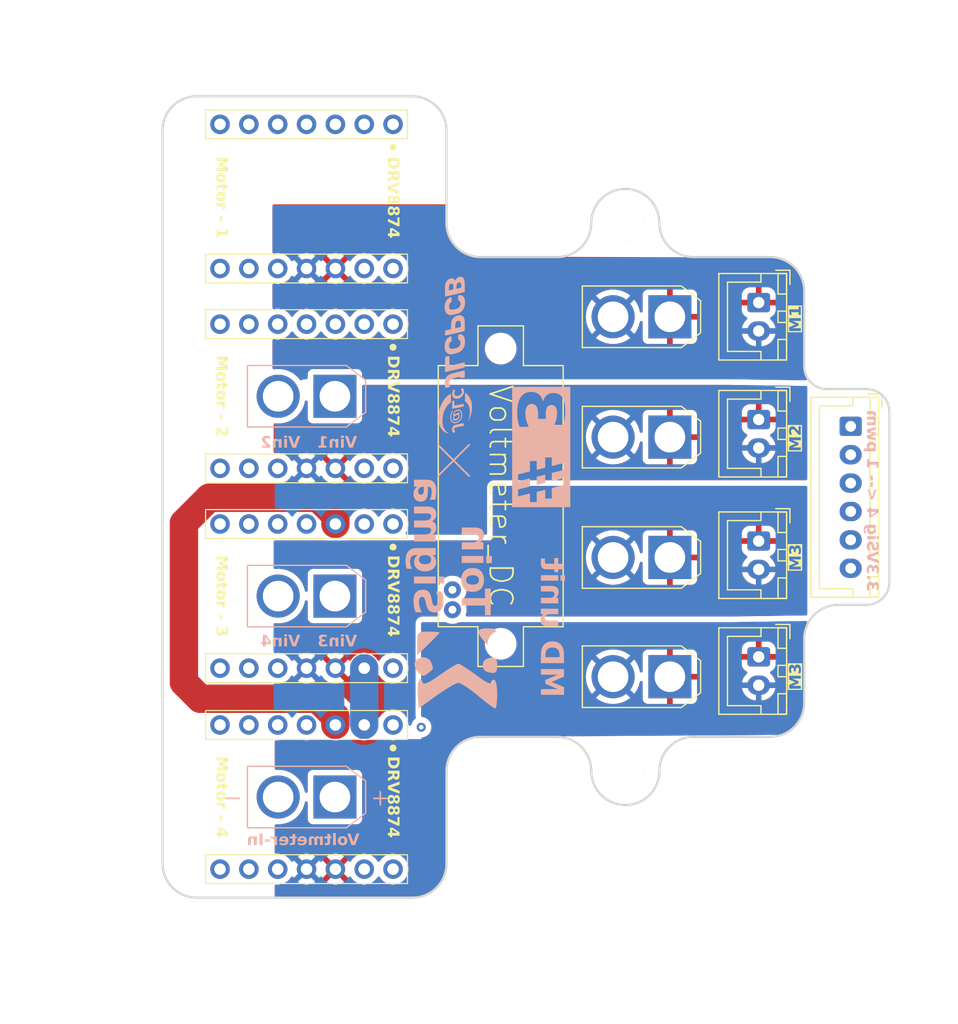
<source format=kicad_pcb>
(kicad_pcb (version 20221018) (generator pcbnew)
  (layers (0 "F.Cu" signal) (1 "In1.Cu" signal) (2 "In2.Cu" signal) (31 "B.Cu" signal) (34 "B.Paste" user) (35 "F.Paste" user) (36 "B.SilkS" user "B.Silkscreen") (37 "F.SilkS" user "F.Silkscreen") (38 "B.Mask" user) (39 "F.Mask" user) (44 "Edge.Cuts" user))
  (net 0 "")
  (net 1 "GND")
  (net 2 "+3.3V")
  (net 3 "sig")
  (net 4 "pwm1")
  (net 5 "pwm2")
  (net 6 "pwm3")
  (net 7 "M1out1")
  (net 8 "M1out2")
  (net 9 "M2out1")
  (net 10 "M2out2")
  (net 11 "M3out1")
  (net 12 "M3out2")
  (net 13 "M4out1")
  (net 14 "M4out2")
  (net 35 "pwm4")
  (net 36 "Voltmeter-In")
  (net 37 "9V1")
  (net 38 "9V2")
  (net 39 "9V3")
  (net 40 "9V4")
  (footprint "Connector_AMASS:AMASS_XT30U-M_1x02_P5.0mm_Vertical" (layer "F.Cu") (at 202.095302 93.614 180)
    (fp_text reference "J4")
    (fp_text value "Conn_01x02_Pin")
  )
  (footprint "@3pare:DRV8874" (layer "F.Cu") (at 178.985302 72.414 -90)
    (fp_text reference "U1")
    (fp_text value "~")
  )
  (footprint "Connector_JST:JST_XH_B2B-XH-A_1x02_P2.50mm_Vertical" (layer "F.Cu") (at 209.920302 92.064 -90)
    (fp_text reference "J8")
    (fp_text value "Conn_01x02_Pin")
  )
  (footprint "Connector_JST:JST_XH_B2B-XH-A_1x02_P2.50mm_Vertical" (layer "F.Cu") (at 209.920302 102.764 -90)
    (fp_text reference "J9")
    (fp_text value "Conn_01x02_Pin")
  )
  (footprint "Connector_JST:JST_XH_B6B-XH-A_1x06_P2.50mm_Vertical" (layer "F.Cu") (at 218.020302 92.664 -90)
    (fp_text reference "J2")
    (fp_text value "Conn_01x06_Pin")
  )
  (footprint "Connector_JST:JST_XH_B2B-XH-A_1x02_P2.50mm_Vertical" (layer "F.Cu") (at 209.920302 81.764 -90)
    (fp_text reference "J7")
    (fp_text value "Conn_01x02_Pin")
  )
  (footprint "Connector_AMASS:AMASS_XT30U-M_1x02_P5.0mm_Vertical" (layer "F.Cu") (at 202.095302 114.714 180)
    (fp_text reference "J6")
    (fp_text value "Conn_01x02_Pin")
  )
  (footprint "MountingHole:MountingHole_3.2mm_M3" (layer "F.Cu") (at 198.173049 74.754224)
    (fp_text reference "REF**")
    (fp_text value "MountingHole_3.2mm_M3")
  )
  (footprint "@3pare:DRV8874" (layer "F.Cu") (at 178.985302 90.014 -90)
    (fp_text reference "U2")
    (fp_text value "~")
  )
  (footprint "Connector_AMASS:AMASS_XT30U-M_1x02_P5.0mm_Vertical" (layer "F.Cu") (at 202.095302 83.014 180)
    (fp_text reference "J3")
    (fp_text value "Conn_01x02_Pin")
  )
  (footprint "Connector_AMASS:AMASS_XT30U-M_1x02_P5.0mm_Vertical" (layer "F.Cu") (at 202.095302 104.214 180)
    (fp_text reference "J5")
    (fp_text value "Conn_01x02_Pin")
  )
  (footprint "MountingHole:MountingHole_3.2mm_M3" (layer "F.Cu") (at 198.173049 123.014 180)
    (fp_text reference "REF**")
    (fp_text value "MountingHole_3.2mm_M3")
  )
  (footprint "@3pare:VoltMeter" (layer "F.Cu") (at 187.195302 98.814 -90)
    (fp_text reference "MES1")
    (fp_text value "Voltmeter_DC")
  )
  (footprint "@3pare:DRV8874" (layer "F.Cu") (at 178.985302 107.614 -90)
    (fp_text reference "U3")
    (fp_text value "~")
  )
  (footprint "Connector_JST:JST_XH_B2B-XH-A_1x02_P2.50mm_Vertical" (layer "F.Cu") (at 209.920302 112.964 -90)
    (fp_text reference "J10")
    (fp_text value "Conn_01x02_Pin")
  )
  (footprint "@3pare:DRV8874" (layer "F.Cu") (at 178.985302 125.314 -90)
    (fp_text reference "U4")
    (fp_text value "~")
  )
  (footprint "Connector_AMASS:AMASS_XT30U-M_1x02_P5.0mm_Vertical" (layer "B.Cu") (at 172.595302 90.014 180)
    (fp_text reference "J11")
    (fp_text value "Conn_01x02_Pin")
  )
  (footprint "Connector_AMASS:AMASS_XT30U-M_1x02_P5.0mm_Vertical" (layer "B.Cu") (at 172.595302 107.614 180)
    (fp_text reference "J12")
    (fp_text value "Conn_01x02_Pin")
  )
  (footprint "Connector_AMASS:AMASS_XT30U-M_1x02_P5.0mm_Vertical" (layer "B.Cu") (at 172.595302 125.314 180)
    (fp_text reference "J1")
    (fp_text value "Conn_01x02_Pin")
  )
  (gr_poly (pts (xy 186.885763 113.597582) (xy 186.881312 113.498494) (xy 186.873388 113.410403) (xy 186.867995 113.370339) (xy 186.861578 113.332854) (xy 186.854087 113.297891) (xy 186.845469 113.265392) (xy 186.835673 113.235302) (xy 186.824647 113.207563) (xy 186.812339 113.182118) (xy 186.798698 113.158911) (xy 186.783673 113.137885) (xy 186.76721 113.118982) (xy 186.74926 113.102147) (xy 186.729769 113.087322) (xy 186.708687 113.07445) (xy 186.685961 113.063475) (xy 186.661541 113.054339) (xy 186.635373 113.046987) (xy 186.607408 113.04136) (xy 186.577592 113.037402) (xy 186.545875 113.035057) (xy 186.512204 113.034267) (xy 186.476529 113.034976) (xy 186.438796 113.037127) (xy 186.356955 113.045526) (xy 186.266266 113.05901) (xy 186.189213 113.071571) (xy 186.152436 113.079326) (xy 186.116831 113.088059) (xy 186.082405 113.097763) (xy 186.049163 113.108433) (xy 186.017109 113.120065) (xy 185.986248 113.132652) (xy 185.956587 113.146191) (xy 185.92813 113.160675) (xy 185.900882 113.176099) (xy 185.874848 113.192459) (xy 185.850034 113.209749) (xy 185.826444 113.227964) (xy 185.804085 113.247099) (xy 185.78296 113.267149) (xy 185.763076 113.288108) (xy 185.744437 113.309971) (xy 185.727049 113.332734) (xy 185.710916 113.35639) (xy 185.696045 113.380936) (xy 185.682439 113.406365) (xy 185.670105 113.432673) (xy 185.659047 113.459854) (xy 185.649271 113.487903) (xy 185.640781 113.516815) (xy 185.633583 113.546585) (xy 185.627683 113.577208) (xy 185.623084 113.608678) (xy 185.619793 113.64099) (xy 185.617815 113.67414) (xy 185.617155 113.708121) (xy 185.617815 113.742103) (xy 185.619793 113.775252) (xy 185.623084 113.807565) (xy 185.627683 113.839035) (xy 185.633583 113.869657) (xy 185.640781 113.899427) (xy 185.649271 113.928339) (xy 185.659047 113.956389) (xy 185.670105 113.983569) (xy 185.682439 114.009877) (xy 185.696045 114.035306) (xy 185.710916 114.059852) (xy 185.727049 114.083508) (xy 185.744437 114.106271) (xy 185.763076 114.128134) (xy 185.78296 114.149093) (xy 185.804085 114.169143) (xy 185.826444 114.188278) (xy 185.850034 114.206493) (xy 185.874848 114.223783) (xy 185.900882 114.240143) (xy 185.92813 114.255567) (xy 185.956587 114.270052) (xy 185.986248 114.28359) (xy 186.017109 114.296177) (xy 186.049163 114.307809) (xy 186.116831 114.328183) (xy 186.189213 114.344671) (xy 186.266266 114.357232) (xy 186.356955 114.370716) (xy 186.438796 114.379115) (xy 186.512204 114.381975) (xy 186.545875 114.381185) (xy 186.577592 114.37884) (xy 186.607408 114.374882) (xy 186.635373 114.369256) (xy 186.661541 114.361903) (xy 186.685961 114.352767) (xy 186.708687 114.341792) (xy 186.729769 114.32892) (xy 186.74926 114.314095) (xy 186.76721 114.29726) (xy 186.783673 114.278358) (xy 186.798698 114.257331) (xy 186.812339 114.234124) (xy 186.824647 114.20868) (xy 186.835673 114.180941) (xy 186.845469 114.15085) (xy 186.854087 114.118352) (xy 186.861578 114.083389) (xy 186.873388 114.005839) (xy 186.881312 113.917748) (xy 186.885763 113.818661) (xy 186.887154 113.708121)) (fill solid) (layer "B.SilkS"))
  (gr_poly (pts (xy 184.033104 80.261693) (xy 184.030027 80.115714) (xy 184.025256 79.998136) (xy 184.01881 79.925682) (xy 184.009083 79.872149) (xy 183.99837 79.822605) (xy 183.986599 79.776947) (xy 183.980293 79.755543) (xy 183.973693 79.735072) (xy 183.966792 79.715521) (xy 183.959578 79.696876) (xy 183.952044 79.679126) (xy 183.944179 79.662257) (xy 183.935975 79.646255) (xy 183.927421 79.631109) (xy 183.918509 79.616806) (xy 183.909229 79.603332) (xy 183.899571 79.590674) (xy 183.889527 79.57882) (xy 183.879088 79.567756) (xy 183.868242 79.557471) (xy 183.856982 79.54795) (xy 183.845298 79.539181) (xy 183.833181 79.531151) (xy 183.820621 79.523847) (xy 183.807608 79.517256) (xy 183.794134 79.511365) (xy 183.78019 79.506162) (xy 183.765765 79.501633) (xy 183.75085 79.497766) (xy 183.735436 79.494547) (xy 183.719514 79.491963) (xy 183.703074 79.490003) (xy 183.684992 79.488749) (xy 183.666817 79.488286) (xy 183.64858 79.488595) (xy 183.63031 79.489662) (xy 183.612039 79.491468) (xy 183.593798 79.493998) (xy 183.575616 79.497236) (xy 183.557526 79.501165) (xy 183.539556 79.505767) (xy 183.521739 79.511028) (xy 183.504105 79.51693) (xy 183.486684 79.523458) (xy 183.469508 79.530593) (xy 183.452606 79.538321) (xy 183.436009 79.546624) (xy 183.419749 79.555486) (xy 183.403856 79.564891) (xy 183.388361 79.574822) (xy 183.373293 79.585263) (xy 183.358685 79.596197) (xy 183.344566 79.607608) (xy 183.330968 79.619478) (xy 183.317921 79.631793) (xy 183.305455 79.644535) (xy 183.293602 79.657688) (xy 183.282391 79.671235) (xy 183.271855 79.68516) (xy 183.262023 79.699447) (xy 183.252926 79.714078) (xy 183.244594 79.729038) (xy 183.237059 79.74431) (xy 183.230352 79.759877) (xy 183.224155 79.774095) (xy 183.218153 79.786966) (xy 183.215233 79.79289) (xy 183.212372 79.798468) (xy 183.209574 79.803698) (xy 183.206842 79.808577) (xy 183.20418 79.813102) (xy 183.201592 79.81727) (xy 183.19908 79.821079) (xy 183.196648 79.824524) (xy 183.194301 79.827604) (xy 183.192041 79.830316) (xy 183.189872 79.832656) (xy 183.187798 79.834622) (xy 183.185822 79.83621) (xy 183.183948 79.837419) (xy 183.182179 79.838244) (xy 183.180518 79.838684) (xy 183.178971 79.838734) (xy 183.17824 79.838613) (xy 183.177539 79.838393) (xy 183.176868 79.838074) (xy 183.176227 79.837657) (xy 183.175037 79.836523) (xy 183.173975 79.834989) (xy 183.173042 79.833052) (xy 183.172243 79.830708) (xy 183.171582 79.827955) (xy 183.171061 79.82479) (xy 183.170685 79.82121) (xy 183.170457 79.817212) (xy 183.17038 79.812793) (xy 183.169993 79.809764) (xy 183.168857 79.806003) (xy 183.167008 79.801566) (xy 183.164482 79.796505) (xy 183.161315 79.790877) (xy 183.157543 79.784734) (xy 183.153203 79.778131) (xy 183.148331 79.771122) (xy 183.142963 79.763762) (xy 183.137134 79.756105) (xy 183.124243 79.740116) (xy 183.117252 79.731893) (xy 183.109946 79.72359) (xy 183.102361 79.71526) (xy 183.094532 79.70696) (xy 183.069645 79.681266) (xy 183.059 79.670815) (xy 183.049222 79.661815) (xy 183.040065 79.65416) (xy 183.03128 79.647739) (xy 183.02695 79.644958) (xy 183.022619 79.642445) (xy 183.018258 79.640186) (xy 183.013834 79.638168) (xy 183.009318 79.636378) (xy 183.004677 79.634802) (xy 182.999882 79.633426) (xy 182.9949 79.632236) (xy 182.984255 79.630363) (xy 182.972493 79.629073) (xy 182.959368 79.62826) (xy 182.944629 79.627813) (xy 182.909324 79.627585) (xy 182.888758 79.62792) (xy 182.868407 79.628922) (xy 182.848277 79.630586) (xy 182.828378 79.632908) (xy 182.808717 79.635882) (xy 182.7893 79.639503) (xy 182.770137 79.643767) (xy 182.751235 79.648669) (xy 182.732602 79.654204) (xy 182.714245 79.660367) (xy 182.696173 79.667154) (xy 182.678392 79.674559) (xy 182.660912 79.682578) (xy 182.643738 79.691205) (xy 182.62688 79.700437) (xy 182.610345 79.710268) (xy 182.59414 79.720692) (xy 182.578274 79.731707) (xy 182.562755 79.743306) (xy 182.547589 79.755484) (xy 182.532785 79.768238) (xy 182.51835 79.781562) (xy 182.504293 79.795451) (xy 182.490621 79.8099) (xy 182.477341 79.824905) (xy 182.464462 79.84046) (xy 182.451991 79.856561) (xy 182.439937 79.873203) (xy 182.428306 79.890382) (xy 182.417106 79.908092) (xy 182.406346 79.926328) (xy 182.396032 79.945085) (xy 182.365075 80.007507) (xy 182.352043 80.038432) (xy 182.340525 80.070073) (xy 182.330433 80.10311) (xy 182.32168 80.138221) (xy 182.314178 80.176086) (xy 182.307838 80.217385) (xy 182.302573 80.262798) (xy 182.298295 80.313004) (xy 182.292349 80.430513) (xy 182.289296 80.575348) (xy 182.288435 80.752946) (xy 182.288635 80.891404) (xy 182.288923 80.949097) (xy 182.289372 80.999725) (xy 182.290007 81.04376) (xy 182.290854 81.08167) (xy 182.291938 81.113928) (xy 182.292577 81.128083) (xy 182.293286 81.141002) (xy 182.294067 81.152742) (xy 182.294923 81.163363) (xy 182.295858 81.172923) (xy 182.296876 81.181482) (xy 182.297978 81.189097) (xy 182.299169 81.195828) (xy 182.300452 81.201733) (xy 182.30183 81.206872) (xy 182.303306 81.211303) (xy 182.304883 81.215084) (xy 182.306565 81.218276) (xy 182.308355 81.220935) (xy 182.310256 81.223122) (xy 182.312271 81.224894) (xy 182.314404 81.226312) (xy 182.316657 81.227433) (xy 182.395302 81.214) (xy 182.587635 81.17289) (xy 182.686873 81.150386) (xy 182.686873 80.68377) (xy 182.682856 80.683612) (xy 182.679178 80.683238) (xy 182.675805 80.682652) (xy 182.672702 80.681854) (xy 182.671241 80.681376) (xy 182.669834 80.680845) (xy 182.667168 80.679627) (xy 182.664667 80.678201) (xy 182.662299 80.676568) (xy 182.660027 80.67473) (xy 182.657818 80.672688) (xy 182.655638 80.670443) (xy 182.65345 80.667996) (xy 182.651222 80.665349) (xy 182.646505 80.65946) (xy 182.642741 80.653986) (xy 182.63938 80.648081) (xy 182.636412 80.641643) (xy 182.633827 80.634572) (xy 182.631613 80.626768) (xy 182.629761 80.618129) (xy 182.628261 80.608555) (xy 182.627102 80.597944) (xy 182.626273 80.586197) (xy 182.625765 80.573212) (xy 182.625669 80.543126) (xy 182.62673 80.50688) (xy 182.628866 80.463668) (xy 182.632197 80.418931) (xy 182.634379 80.397732) (xy 182.63691 80.377306) (xy 182.639791 80.35765) (xy 182.643024 80.338761) (xy 182.646611 80.320633) (xy 182.650556 80.303264) (xy 182.65486 80.28665) (xy 182.659525 80.270786) (xy 182.664554 80.255669) (xy 182.669948 80.241294) (xy 182.675711 80.227659) (xy 182.681845 80.214758) (xy 182.688351 80.202589) (xy 182.695232 80.191147) (xy 182.70249 80.180429) (xy 182.710128 80.17043) (xy 182.718148 80.161147) (xy 182.726551 80.152576) (xy 182.735341 80.144713) (xy 182.74452 80.137554) (xy 182.754089 80.131095) (xy 182.764051 80.125332) (xy 182.774409 80.120262) (xy 182.785164 80.115881) (xy 182.796319 80.112184) (xy 182.807876 80.109168) (xy 182.819838 80.106829) (xy 182.832206 80.105163) (xy 182.844983 80.104166) (xy 182.858171 80.103835) (xy 182.865565 80.103999) (xy 182.872861 80.10449) (xy 182.880052 80.105301) (xy 182.887134 80.106429) (xy 182.894101 80.107868) (xy 182.900948 80.109614) (xy 182.907668 80.111661) (xy 182.914257 80.114005) (xy 182.92071 80.116641) (xy 182.927019 80.119564) (xy 182.933181 80.122769) (xy 182.93919 80.126252) (xy 182.945039 80.130008) (xy 182.950724 80.134031) (xy 182.956239 80.138317) (xy 182.961579 80.142861) (xy 182.966738 80.147659) (xy 182.971711 80.152704) (xy 182.976492 80.157994) (xy 182.981075 80.163522) (xy 182.985456 80.169283) (xy 182.989628 80.175274) (xy 182.993586 80.181489) (xy 182.997326 80.187923) (xy 183.00084 80.194572) (xy 183.004124 80.20143) (xy 183.007172 80.208493) (xy 183.009979 80.215756) (xy 183.01254 80.223214) (xy 183.014848 80.230863) (xy 183.016898 80.238696) (xy 183.018685 80.24671) (xy 183.020856 80.260709) (xy 183.022737 80.278495) (xy 183.02563 80.323054) (xy 183.027367 80.375632) (xy 183.027945 80.431477) (xy 183.027367 80.485834) (xy 183.02563 80.533948) (xy 183.022737 80.571066) (xy 183.020856 80.584015) (xy 183.018685 80.592433) (xy 183.016839 80.594618) (xy 183.013345 80.59718) (xy 183.00829 80.600083) (xy 183.001763 80.603291) (xy 182.984641 80.610478) (xy 182.962682 80.618449) (xy 182.936588 80.626917) (xy 182.907064 80.635592) (xy 182.874811 80.644184) (xy 182.840532 80.652404) (xy 182.81132 80.659537) (xy 182.785676 80.66573) (xy 182.763324 80.670992) (xy 182.743987 80.675335) (xy 182.735363 80.677164) (xy 182.727389 80.678768) (xy 182.720031 80.680147) (xy 182.713253 80.681302) (xy 182.707022 80.682235) (xy 182.701304 80.682947) (xy 182.696062 80.683439) (xy 182.691263 80.683713) (xy 182.686873 80.68377) (xy 182.686873 81.150386) (xy 183.162883 81.042445) (xy 183.337387 81.001205) (xy 183.337387 80.534678) (xy 183.333443 80.534609) (xy 183.32982 80.53438) (xy 183.326504 80.533994) (xy 183.32348 80.533452) (xy 183.320732 80.532755) (xy 183.318245 80.531904) (xy 183.316005 80.5309) (xy 183.313995 80.529745) (xy 183.312202 80.528441) (xy 183.310608 80.526988) (xy 183.309201 80.525387) (xy 183.307963 80.523641) (xy 183.305466 80.519213) (xy 183.303263 80.513585) (xy 183.299712 80.499008) (xy 183.297262 80.480473) (xy 183.295864 80.458542) (xy 183.295468 80.433779) (xy 183.296026 80.406748) (xy 183.297488 80.378012) (xy 183.299805 80.348134) (xy 183.302928 80.317676) (xy 183.306809 80.287204) (xy 183.311397 80.257279) (xy 183.316645 80.228465) (xy 183.322502 80.201325) (xy 183.328919 80.176423) (xy 183.335849 80.154322) (xy 183.343241 80.135585) (xy 183.349849 80.121495) (xy 183.35708 80.108005) (xy 183.364894 80.095127) (xy 183.373254 80.082872) (xy 183.382121 80.071251) (xy 183.391455 80.060276) (xy 183.401218 80.049957) (xy 183.411371 80.040307) (xy 183.421875 80.031337) (xy 183.432693 80.023057) (xy 183.443784 80.01548) (xy 183.45511 80.008616) (xy 183.466632 80.002477) (xy 183.478313 79.997074) (xy 183.490112 79.992418) (xy 183.501991 79.988521) (xy 183.513911 79.985394) (xy 183.525834 79.983048) (xy 183.537721 79.981495) (xy 183.549533 79.980745) (xy 183.561231 79.980811) (xy 183.572777 79.981703) (xy 183.584132 79.983434) (xy 183.595256 79.986013) (xy 183.606112 79.989453) (xy 183.616661 79.993764) (xy 183.626863 79.998958) (xy 183.63668 80.005047) (xy 183.646074 80.012042) (xy 183.655005 80.019953) (xy 183.663434 80.028792) (xy 183.671324 80.038571) (xy 183.676702 80.046203) (xy 183.681608 80.053985) (xy 183.686063 80.062066) (xy 183.690093 80.070597) (xy 183.693719 80.079727) (xy 183.696966 80.089607) (xy 183.699856 80.100386) (xy 183.702413 80.112213) (xy 183.704659 80.12524) (xy 183.706619 80.139616) (xy 183.708315 80.15549) (xy 183.709771 80.173013) (xy 183.712055 80.213603) (xy 183.713657 80.262586) (xy 183.714653 80.297522) (xy 183.715008 80.330412) (xy 183.714743 80.360532) (xy 183.714384 80.374328) (xy 183.713878 80.38716) (xy 183.713227 80.398937) (xy 183.712434 80.40957) (xy 183.711502 80.418968) (xy 183.710433 80.42704) (xy 183.709229 80.433697) (xy 183.707894 80.438847) (xy 183.707177 80.440829) (xy 183.706429 80.4424) (xy 183.705649 80.44355) (xy 183.704838 80.444266) (xy 183.697941 80.447126) (xy 183.684388 80.451597) (xy 183.640456 80.464551) (xy 183.579326 80.481473) (xy 183.507282 80.50071) (xy 183.480762 80.507285) (xy 183.456684 80.513126) (xy 183.434926 80.518244) (xy 183.415367 80.522648) (xy 183.397885 80.52635) (xy 183.38236 80.529359) (xy 183.368669 80.531686) (xy 183.362473 80.532597) (xy 183.35669 80.533342) (xy 183.351306 80.533921) (xy 183.346304 80.534336) (xy 183.341669 80.534588) (xy 183.337387 80.534678) (xy 183.337387 81.001205) (xy 183.741439 80.905716) (xy 183.937906 80.856751) (xy 184.022338 80.832321) (xy 184.025418 80.821694) (xy 184.028046 80.795173) (xy 184.031957 80.702813) (xy 184.034089 80.571965) (xy 184.034465 80.419351)) (fill solid) (layer "B.SilkS"))
  (gr_poly (pts (xy 181.805843 110.824245) (xy 181.801952 110.819202) (xy 181.786704 110.809611) (xy 181.761948 110.800681) (xy 181.72822 110.792413) (xy 181.636002 110.777861) (xy 181.514349 110.765955) (xy 181.36756 110.756694) (xy 181.199936 110.75008) (xy 181.015775 110.746111) (xy 180.819377 110.744788) (xy 180.650154 110.745353) (xy 180.501436 110.747985) (xy 180.3719 110.75409) (xy 180.260224 110.765073) (xy 180.21067 110.772833) (xy 180.165084 110.782339) (xy 180.123302 110.793769) (xy 180.085158 110.807296) (xy 180.050487 110.823097) (xy 180.019122 110.841347) (xy 179.9909 110.862223) (xy 179.965655 110.885899) (xy 179.94322 110.912552) (xy 179.923431 110.942357) (xy 179.906123 110.975491) (xy 179.89113 111.012127) (xy 179.878287 111.052444) (xy 179.867428 111.096615) (xy 179.858388 111.144817) (xy 179.851002 111.197226) (xy 179.840529 111.315365) (xy 179.834686 111.452438) (xy 179.83215 111.609851) (xy 179.831599 111.78901) (xy 179.831599 112.833232) (xy 180.819377 111.873677) (xy 181.199936 111.492236) (xy 181.36756 111.322516) (xy 181.514349 111.171649) (xy 181.636002 111.043271) (xy 181.686059 110.988652) (xy 181.72822 110.94102) (xy 181.761948 110.90083) (xy 181.786704 110.868535) (xy 181.801952 110.844592) (xy 181.805843 110.835894) (xy 181.807154 110.829454)) (fill solid) (layer "B.SilkS"))
  (gr_line (start 181.670302 97.039) (end 184.420302 94.289) (stroke (width 0.15)) (layer "B.SilkS"))
  (gr_poly (pts (xy 186.886638 111.448552) (xy 186.884343 111.272852) (xy 186.879155 111.119311) (xy 186.869957 110.986441) (xy 186.863505 110.927292) (xy 186.855632 110.872752) (xy 186.846198 110.822637) (xy 186.835065 110.776758) (xy 186.822091 110.734932) (xy 186.807139 110.69697) (xy 186.790067 110.662688) (xy 186.770738 110.631899) (xy 186.749011 110.604418) (xy 186.724746 110.580057) (xy 186.697804 110.558632) (xy 186.668047 110.539956) (xy 186.635333 110.523844) (xy 186.599524 110.510108) (xy 186.56048 110.498564) (xy 186.518061 110.489024) (xy 186.472128 110.481304) (xy 186.422542 110.475216) (xy 186.311851 110.467196) (xy 186.184872 110.463475) (xy 186.040488 110.462566) (xy 185.851972 110.466335) (xy 185.688592 110.478165) (xy 185.616328 110.487349) (xy 185.550347 110.498843) (xy 185.490651 110.512745) (xy 185.437238 110.529153) (xy 185.390109 110.548165) (xy 185.349264 110.569881) (xy 185.314703 110.594397) (xy 185.286426 110.621812) (xy 185.264432 110.652224) (xy 185.248722 110.685732) (xy 185.239297 110.722434) (xy 185.236155 110.762427) (xy 185.239297 110.80581) (xy 185.248722 110.852682) (xy 185.264432 110.903139) (xy 185.286426 110.957282) (xy 185.314703 111.015207) (xy 185.349264 111.077012) (xy 185.390109 111.142797) (xy 185.437238 111.21266) (xy 185.550347 111.365009) (xy 185.688592 111.534845) (xy 185.851972 111.722954) (xy 186.040488 111.930121) (xy 186.858933 112.861454) (xy 186.887154 111.647898)) (fill solid) (layer "B.SilkS"))
  (gr_poly (pts (xy 182.766449 89.796405) (xy 182.753506 89.803674) (xy 182.736325 89.81454) (xy 182.71563 89.828465) (xy 182.692145 89.844912) (xy 182.666593 89.863343) (xy 182.639697 89.883221) (xy 182.612181 89.904009) (xy 182.584769 89.925169) (xy 182.507861 89.989522) (xy 182.433935 90.058166) (xy 182.363038 90.131013) (xy 182.295215 90.20797) (xy 182.230514 90.288947) (xy 182.16898 90.373854) (xy 182.110661 90.462601) (xy 182.055602 90.555097) (xy 182.00385 90.651252) (xy 181.955453 90.750975) (xy 181.910456 90.854176) (xy 181.868905 90.960764) (xy 181.830848 91.07065) (xy 181.796331 91.183741) (xy 181.7654 91.299949) (xy 181.738102 91.419182) (xy 181.72787 91.473109) (xy 181.719006 91.530032) (xy 181.71151 91.589436) (xy 181.705387 91.650803) (xy 181.700638 91.713618) (xy 181.697267 91.777362) (xy 181.695275 91.84152) (xy 181.694666 91.905575) (xy 181.695442 91.969009) (xy 181.697605 92.031307) (xy 181.701158 92.091951) (xy 181.706104 92.150425) (xy 181.712445 92.206211) (xy 181.720184 92.258794) (xy 181.729323 92.307655) (xy 181.739866 92.35228) (xy 181.767135 92.447948) (xy 181.797368 92.538518) (xy 181.830593 92.624019) (xy 181.866838 92.704479) (xy 181.906132 92.779926) (xy 181.948504 92.850389) (xy 181.970853 92.88376) (xy 181.993981 92.915896) (xy 182.017894 92.9468) (xy 182.042593 92.976476) (xy 182.068083 93.004927) (xy 182.094367 93.032157) (xy 182.121449 93.058169) (xy 182.149332 93.082967) (xy 182.178021 93.106555) (xy 182.207517 93.128936) (xy 182.237826 93.150113) (xy 182.26895 93.17009) (xy 182.300893 93.188871) (xy 182.333658 93.20646) (xy 182.36725 93.222859) (xy 182.401672 93.238072) (xy 182.436927 93.252104) (xy 182.473019 93.264957) (xy 182.509951 93.276634) (xy 182.547727 93.287141) (xy 182.595589 93.299188) (xy 182.61482 93.303803) (xy 182.630988 93.307453) (xy 182.644149 93.310122) (xy 182.654356 93.311791) (xy 182.658369 93.312244) (xy 182.661664 93.312441) (xy 182.664248 93.312379) (xy 182.666128 93.312056) (xy 182.66731 93.311469) (xy 182.667801 93.310616) (xy 182.667608 93.309495) (xy 182.666738 93.308104) (xy 182.665197 93.306441) (xy 182.662992 93.304502) (xy 182.656619 93.299791) (xy 182.647673 93.293954) (xy 182.636207 93.286972) (xy 182.605935 93.269502) (xy 182.533659 93.224132) (xy 182.466357 93.173442) (xy 182.404083 93.117569) (xy 182.346891 93.05665) (xy 182.294836 92.990822) (xy 182.247972 92.920221) (xy 182.206353 92.844985) (xy 182.170034 92.76525) (xy 182.139068 92.681154) (xy 182.11351 92.592834) (xy 182.093415 92.500425) (xy 182.078835 92.404066) (xy 182.069827 92.303894) (xy 182.066443 92.200044) (xy 182.068739 92.092655) (xy 182.076768 91.981863) (xy 182.089497 91.870417) (xy 182.105838 91.762338) (xy 182.125765 91.657685) (xy 182.149253 91.556518) (xy 182.176276 91.458895) (xy 182.206807 91.364877) (xy 182.240821 91.274523) (xy 182.278293 91.187893) (xy 182.319195 91.105045) (xy 182.363504 91.026039) (xy 182.411192 90.950934) (xy 182.462233 90.879791) (xy 182.516603 90.812668) (xy 182.574275 90.749625) (xy 182.635223 90.690721) (xy 182.699421 90.636016) (xy 182.817602 90.540766) (xy 182.817602 89.768182)) (fill solid) (layer "B.SilkS"))
  (gr_poly (pts (xy 186.885845 116.117587) (xy 186.881973 115.990979) (xy 186.87562 115.86892) (xy 186.86687 115.752027) (xy 186.855804 115.640923) (xy 186.842506 115.536227) (xy 186.827058 115.438558) (xy 186.809544 115.348538) (xy 186.790044 115.266786) (xy 186.768643 115.193922) (xy 186.757256 115.161017) (xy 186.745424 115.130567) (xy 186.733157 115.102648) (xy 186.720467 115.07734) (xy 186.707364 115.054718) (xy 186.693857 115.034862) (xy 186.679958 115.017847) (xy 186.665676 115.003753) (xy 186.651023 114.992655) (xy 186.636007 114.984632) (xy 186.62064 114.979762) (xy 186.604932 114.978121) (xy 186.591707 114.97853) (xy 186.578508 114.97974) (xy 186.565361 114.981725) (xy 186.552291 114.98446) (xy 186.539325 114.987918) (xy 186.526487 114.992074) (xy 186.513805 114.996901) (xy 186.501304 115.002375) (xy 186.489009 115.008468) (xy 186.476947 115.015156) (xy 186.465143 115.022412) (xy 186.453624 115.030211) (xy 186.442414 115.038527) (xy 186.431541 115.047333) (xy 186.421029 115.056605) (xy 186.410904 115.066316) (xy 186.401194 115.07644) (xy 186.391922 115.086952) (xy 186.383115 115.097825) (xy 186.3748 115.109035) (xy 186.367001 115.120554) (xy 186.359745 115.132358) (xy 186.353057 115.14442) (xy 186.346963 115.156715) (xy 186.34149 115.169216) (xy 186.336663 115.181899) (xy 186.332507 115.194736) (xy 186.329049 115.207702) (xy 186.326314 115.220772) (xy 186.324329 115.23392) (xy 186.323119 115.247119) (xy 186.32271 115.260343) (xy 186.320988 115.27482) (xy 186.315882 115.286526) (xy 186.307478 115.295504) (xy 186.295866 115.301795) (xy 186.281132 115.30544) (xy 186.263365 115.30648) (xy 186.219082 115.300913) (xy 186.163719 115.285424) (xy 186.09798 115.260343) (xy 186.022566 115.226003) (xy 185.938182 115.182732) (xy 185.84553 115.130863) (xy 185.745312 115.070725) (xy 185.638231 115.00265) (xy 185.524991 114.926968) (xy 185.406294 114.84401) (xy 185.282842 114.754107) (xy 185.155339 114.657589) (xy 185.024487 114.554788) (xy 184.751746 114.35839) (xy 184.488266 114.174229) (xy 184.24066 114.006604) (xy 184.015544 113.859816) (xy 183.819531 113.738162) (xy 183.734506 113.688105) (xy 183.659238 113.645944) (xy 183.594553 113.612217) (xy 183.541278 113.58746) (xy 183.50024 113.572212) (xy 183.484568 113.568322) (xy 183.472265 113.56701) (xy 183.439 113.572212) (xy 183.39267 113.58746) (xy 183.334103 113.612217) (xy 183.264127 113.645944) (xy 183.09325 113.738162) (xy 182.886655 113.859816) (xy 182.650955 114.006604) (xy 182.392766 114.174229) (xy 182.118702 114.35839) (xy 181.835377 114.554788) (xy 181.661062 114.68114) (xy 181.497868 114.795669) (xy 181.34567 114.898457) (xy 181.204346 114.989586) (xy 181.07377 115.069141) (xy 181.012474 115.104603) (xy 180.953818 115.137202) (xy 180.897788 115.166949) (xy 180.844368 115.193853) (xy 180.793541 115.217926) (xy 180.745294 115.239177) (xy 180.699609 115.257617) (xy 180.656472 115.273256) (xy 180.615867 115.286104) (xy 180.577779 115.296172) (xy 180.542192 115.303471) (xy 180.509091 115.30801) (xy 180.47846 115.309799) (xy 180.450283 115.30885) (xy 180.424546 115.305173) (xy 180.401232 115.298777) (xy 180.380326 115.289673) (xy 180.361813 115.277872) (xy 180.345677 115.263384) (xy 180.331903 115.246218) (xy 180.320475 115.226387) (xy 180.311377 115.203899) (xy 180.263835 115.088219) (xy 180.216788 115.004745) (xy 180.193606 114.974606) (xy 180.170734 114.951945) (xy 180.148234 114.936571) (xy 180.126168 114.928291) (xy 180.104599 114.926916) (xy 180.083587 114.932253) (xy 180.063195 114.944112) (xy 180.043486 114.962301) (xy 180.024521 114.98663) (xy 180.006362 115.016906) (xy 179.97271 115.094538) (xy 179.943027 115.193667) (xy 179.917809 115.312764) (xy 179.897552 115.450299) (xy 179.882752 115.604743) (xy 179.873905 115.774565) (xy 179.871507 115.958237) (xy 179.876055 116.154228) (xy 179.888043 116.36101) (xy 179.97271 117.518121) (xy 181.524932 116.389232) (xy 181.842432 116.170565) (xy 182.154641 115.962812) (xy 182.45362 115.771595) (xy 182.731432 115.602538) (xy 182.859921 115.528076) (xy 182.980141 115.461261) (xy 183.0911 115.402798) (xy 183.191807 115.353389) (xy 183.281269 115.313736) (xy 183.358495 115.284542) (xy 183.422491 115.26651) (xy 183.449218 115.2619) (xy 183.472265 115.260343) (xy 183.516094 115.2662) (xy 183.572862 115.283384) (xy 183.64162 115.311317) (xy 183.721415 115.34942) (xy 183.811297 115.397114) (xy 183.910316 115.45382) (xy 184.13196 115.591955) (xy 184.378739 115.759193) (xy 184.643047 115.950906) (xy 184.917276 116.162462) (xy 185.193821 116.389232) (xy 185.466507 116.616002) (xy 185.729602 116.827559) (xy 185.976161 117.019271) (xy 186.199238 117.18651) (xy 186.391888 117.324645) (xy 186.474632 117.381351) (xy 186.547165 117.429045) (xy 186.608619 117.467148) (xy 186.658125 117.49508) (xy 186.694815 117.512265) (xy 186.708083 117.516645) (xy 186.717822 117.518121) (xy 186.725756 117.51648) (xy 186.733676 117.51161) (xy 186.749406 117.49249) (xy 186.764888 117.46138) (xy 186.779998 117.418902) (xy 186.794612 117.365676) (xy 186.808606 117.30232) (xy 186.834238 117.147705) (xy 186.855901 116.960016) (xy 186.872602 116.744215) (xy 186.883351 116.505263) (xy 186.887154 116.248121)) (fill solid) (layer "B.SilkS"))
  (gr_poly (pts (xy 184.666598 90.925514) (xy 184.663229 90.828814) (xy 184.657834 90.73879) (xy 184.650537 90.661375) (xy 184.646215 90.62925) (xy 184.641463 90.602502) (xy 184.628529 90.544716) (xy 184.613561 90.487815) (xy 184.596594 90.431853) (xy 184.57766 90.376889) (xy 184.556793 90.32298) (xy 184.534028 90.270181) (xy 184.509396 90.21855) (xy 184.482933 90.168144) (xy 184.454672 90.11902) (xy 184.424646 90.071234) (xy 184.392889 90.024843) (xy 184.359434 89.979904) (xy 184.324315 89.936474) (xy 184.287566 89.89461) (xy 184.24922 89.854369) (xy 184.20931 89.815807) (xy 184.183858 89.792574) (xy 184.15948 89.770828) (xy 184.136756 89.751067) (xy 184.116265 89.733787) (xy 184.098585 89.719483) (xy 184.09098 89.713602) (xy 184.084295 89.708651) (xy 184.078602 89.704693) (xy 184.073973 89.701788) (xy 184.070482 89.7) (xy 184.069185 89.699544) (xy 184.068199 89.699391) (xy 184.066567 89.701383) (xy 184.064985 89.707228) (xy 184.061998 89.72968) (xy 184.0593 89.765154) (xy 184.056954 89.812059) (xy 184.053564 89.933795) (xy 184.052324 90.082155) (xy 184.052324 90.466683) (xy 184.175796 90.577808) (xy 184.192739 90.593349) (xy 184.208566 90.608297) (xy 184.223359 90.622758) (xy 184.237202 90.636843) (xy 184.250176 90.650658) (xy 184.262365 90.664314) (xy 184.273851 90.677918) (xy 184.284716 90.691578) (xy 184.295045 90.705404) (xy 184.304918 90.719504) (xy 184.31442 90.733987) (xy 184.323632 90.74896) (xy 184.332638 90.764533) (xy 184.341519 90.780813) (xy 184.350359 90.79791) (xy 184.359241 90.815933) (xy 184.385659 90.874625) (xy 184.408692 90.935643) (xy 184.428345 90.999038) (xy 184.444624 91.064861) (xy 184.457534 91.133166) (xy 184.467079 91.204002) (xy 184.473266 91.277422) (xy 184.476098 91.353478) (xy 184.475582 91.43222) (xy 184.471723 91.513702) (xy 184.464525 91.597974) (xy 184.453995 91.685089) (xy 184.440136 91.775097) (xy 184.422954 91.868051) (xy 184.402455 91.964002) (xy 184.378643 92.063002) (xy 184.370324 92.096619) (xy 184.362686 92.128211) (xy 184.355916 92.157074) (xy 184.350201 92.182505) (xy 184.345726 92.203803) (xy 184.342677 92.220264) (xy 184.341745 92.226461) (xy 184.34124 92.231185) (xy 184.341185 92.234348) (xy 184.341333 92.235317) (xy 184.341602 92.235863) (xy 184.342754 92.235824) (xy 184.344535 92.234107) (xy 184.349849 92.225945) (xy 184.366572 92.192896) (xy 184.389661 92.141698) (xy 184.417008 92.077334) (xy 184.446505 92.004783) (xy 184.476043 91.929029) (xy 184.503515 91.855053) (xy 184.52681 91.787835) (xy 184.545875 91.728132) (xy 184.565561 91.66078) (xy 184.585163 91.588716) (xy 184.60398 91.514873) (xy 184.621309 91.442189) (xy 184.636447 91.373597) (xy 184.648691 91.312033) (xy 184.657338 91.260433) (xy 184.660648 91.230894) (xy 184.663312 91.19635) (xy 184.666764 91.115215) (xy 184.667818 91.022959)) (fill solid) (layer "B.SilkS"))
  (gr_line (start 181.670302 94.289) (end 184.420302 97.039) (stroke (width 0.15)) (layer "B.SilkS"))
  (gr_poly (pts (xy 183.961704 89.601495) (xy 183.961219 89.579551) (xy 183.960261 89.557901) (xy 183.958832 89.53684) (xy 183.956936 89.516663) (xy 183.954575 89.497664) (xy 183.951751 89.480138) (xy 183.948468 89.464379) (xy 183.944727 89.450682) (xy 183.94223 89.444181) (xy 183.93939 89.437284) (xy 183.932793 89.422543) (xy 183.925162 89.406933) (xy 183.916725 89.390931) (xy 183.907709 89.375011) (xy 183.898342 89.359649) (xy 183.893598 89.352326) (xy 183.888851 89.345321) (xy 183.88413 89.338693) (xy 183.879463 89.332502) (xy 183.83713 89.27253) (xy 183.768338 89.339558) (xy 183.76117 89.346496) (xy 183.754241 89.353393) (xy 183.747579 89.360207) (xy 183.741218 89.366898) (xy 183.735187 89.373423) (xy 183.729519 89.379741) (xy 183.724242 89.385811) (xy 183.71939 89.391592) (xy 183.714992 89.397042) (xy 183.71108 89.40212) (xy 183.707685 89.406785) (xy 183.704838 89.410995) (xy 183.702569 89.414709) (xy 183.70091 89.417885) (xy 183.700319 89.419259) (xy 183.699892 89.420483) (xy 183.699633 89.421552) (xy 183.699546 89.42246) (xy 183.699729 89.424316) (xy 183.700266 89.426557) (xy 183.701139 89.429154) (xy 183.70233 89.432079) (xy 183.70382 89.435304) (xy 183.705592 89.4388) (xy 183.707628 89.44254) (xy 183.709909 89.446493) (xy 183.715135 89.45493) (xy 183.721126 89.463884) (xy 183.727737 89.473127) (xy 183.734824 89.482432) (xy 183.739149 89.488273) (xy 183.743196 89.494537) (xy 183.750451 89.508247) (xy 183.75659 89.523387) (xy 183.761613 89.539786) (xy 183.76552 89.557271) (xy 183.76831 89.575667) (xy 183.769985 89.594802) (xy 183.770543 89.614504) (xy 183.769985 89.634597) (xy 183.76831 89.654911) (xy 183.76552 89.675271) (xy 183.761613 89.695505) (xy 183.75659 89.715438) (xy 183.750451 89.734899) (xy 183.743196 89.753714) (xy 183.734824 89.77171) (xy 183.720632 89.796294) (xy 183.703973 89.819718) (xy 183.685025 89.841896) (xy 183.663965 89.862743) (xy 183.640973 89.882175) (xy 183.616227 89.900105) (xy 183.589904 89.916449) (xy 183.562183 89.931122) (xy 183.533243 89.944037) (xy 183.503262 89.95511) (xy 183.472418 89.964255) (xy 183.440888 89.971388) (xy 183.408853 89.976422) (xy 183.376489 89.979274) (xy 183.343976 89.979856) (xy 183.311491 89.978085) (xy 183.293674 89.975815) (xy 183.276611 89.972659) (xy 183.260311 89.96864) (xy 183.244783 89.963781) (xy 183.230037 89.958106) (xy 183.216082 89.951637) (xy 183.202927 89.944399) (xy 183.190582 89.936413) (xy 183.179055 89.927705) (xy 183.168358 89.918296) (xy 183.158498 89.90821) (xy 183.149485 89.89747) (xy 183.141329 89.8861) (xy 183.134039 89.874123) (xy 183.127623 89.861561) (xy 183.122093 89.848439) (xy 183.117457 89.83478) (xy 183.113724 89.820607) (xy 183.110903 89.805942) (xy 183.109005 89.79081) (xy 183.108038 89.775233) (xy 183.108013 89.759236) (xy 183.108937 89.74284) (xy 183.110821 89.72607) (xy 183.113674 89.708948) (xy 183.117505 89.691498) (xy 183.122323 89.673743) (xy 183.128139 89.655707) (xy 183.134961 89.637412) (xy 183.142799 89.618882) (xy 183.151663 89.600141) (xy 183.16156 89.58121) (xy 183.20213 89.505363) (xy 183.13863 89.452446) (xy 183.130858 89.44612) (xy 183.12342 89.440368) (xy 183.116317 89.435184) (xy 183.109553 89.430563) (xy 183.10313 89.426501) (xy 183.097051 89.422991) (xy 183.094141 89.421442) (xy 183.091318 89.420029) (xy 183.088582 89.418752) (xy 183.085933 89.41761) (xy 183.083373 89.416602) (xy 183.080901 89.415728) (xy 183.078517 89.414987) (xy 183.076222 89.414378) (xy 183.074016 89.413901) (xy 183.071899 89.413556) (xy 183.069873 89.41334) (xy 183.067936 89.413255) (xy 183.06609 89.413299) (xy 183.064335 89.413471) (xy 183.062671 89.413771) (xy 183.061098 89.414199) (xy 183.059617 89.414753) (xy 183.058228 89.415433) (xy 183.056931 89.416239) (xy 183.055727 89.417169) (xy 183.047479 89.425125) (xy 183.038691 89.43559) (xy 183.029484 89.448302) (xy 183.01998 89.463002) (xy 183.010301 89.479428) (xy 183.000567 89.497319) (xy 182.990901 89.516414) (xy 182.981423 89.536452) (xy 182.972255 89.557172) (xy 182.963519 89.578313) (xy 182.955335 89.599614) (xy 182.947826 89.620815) (xy 182.941113 89.641654) (xy 182.935317 89.66187) (xy 182.93056 89.681203) (xy 182.926963 89.699391) (xy 182.923546 89.720502) (xy 182.920894 89.741489) (xy 182.919 89.76233) (xy 182.917854 89.783003) (xy 182.917447 89.803488) (xy 182.91777 89.823763) (xy 182.918813 89.843807) (xy 182.920569 89.863598) (xy 182.923027 89.883115) (xy 182.926179 89.902337) (xy 182.930016 89.921242) (xy 182.934528 89.93981) (xy 182.939707 89.958019) (xy 182.945544 89.975847) (xy 182.952029 89.993273) (xy 182.959154 90.010276) (xy 182.966909 90.026835) (xy 182.975286 90.042928) (xy 182.984274 90.058534) (xy 182.993867 90.073631) (xy 183.004053 90.088199) (xy 183.014825 90.102216) (xy 183.026173 90.115661) (xy 183.038088 90.128512) (xy 183.050561 90.140748) (xy 183.063583 90.152348) (xy 183.077146 90.16329) (xy 183.091239 90.173553) (xy 183.105854 90.183116) (xy 183.120982 90.191958) (xy 183.136614 90.200056) (xy 183.152741 90.207391) (xy 183.170957 90.213821) (xy 183.191067 90.219225) (xy 183.212857 90.223611) (xy 183.236112 90.226987) (xy 183.260617 90.22936) (xy 183.286159 90.230738) (xy 183.312522 90.23113) (xy 183.339492 90.230542) (xy 183.366855 90.228983) (xy 183.394397 90.226459) (xy 183.421902 90.22298) (xy 183.449157 90.218553) (xy 183.475946 90.213185) (xy 183.502056 90.206884) (xy 183.527272 90.199659) (xy 183.55138 90.191516) (xy 183.583645 90.17796) (xy 183.615531 90.161864) (xy 183.646905 90.143375) (xy 183.677635 90.122641) (xy 183.707591 90.099809) (xy 183.73664 90.075027) (xy 183.76465 90.048441) (xy 183.791489 90.020198) (xy 183.817026 89.990447) (xy 183.841129 89.959334) (xy 183.863667 89.927006) (xy 183.884507 89.893611) (xy 183.903517 89.859297) (xy 183.920566 89.82421) (xy 183.935523 89.788498) (xy 183.948255 89.752307) (xy 183.951645 89.738611) (xy 183.954542 89.722852) (xy 183.956948 89.705326) (xy 183.958865 89.686327) (xy 183.960297 89.66615) (xy 183.961246 89.645089) (xy 183.961714 89.623439)) (fill solid) (layer "B.SilkS"))
  (gr_poly (pts (xy 184.033021 87.953048) (xy 184.028484 87.86084) (xy 184.025444 87.823184) (xy 184.021921 87.79323) (xy 184.017938 87.772531) (xy 184.015781 87.766138) (xy 184.013518 87.762641) (xy 184.00749 87.759891) (xy 183.998284 87.758334) (xy 183.968043 87.759278) (xy 183.918207 87.766423) (xy 183.844185 87.780721) (xy 183.605233 87.834574) (xy 183.214477 87.928446) (xy 183.139837 87.946826) (xy 183.071116 87.964362) (xy 183.007951 87.981199) (xy 182.949976 87.997486) (xy 182.896828 88.01337) (xy 182.848143 88.028998) (xy 182.803555 88.044518) (xy 182.762701 88.060077) (xy 182.725216 88.075821) (xy 182.690736 88.091899) (xy 182.658897 88.108457) (xy 182.629334 88.125644) (xy 182.601683 88.143605) (xy 182.57558 88.162489) (xy 182.550661 88.182442) (xy 182.52656 88.203613) (xy 182.486811 88.242408) (xy 182.450251 88.28337) (xy 182.416885 88.326478) (xy 182.386717 88.371706) (xy 182.359753 88.419033) (xy 182.335998 88.468434) (xy 182.315458 88.519887) (xy 182.298136 88.573368) (xy 182.28404 88.628854) (xy 182.273173 88.686322) (xy 182.265542 88.745749) (xy 182.26115 88.807111) (xy 182.260004 88.870385) (xy 182.262108 88.935547) (xy 182.267467 89.002576) (xy 182.276088 89.071446) (xy 182.282182 89.106621) (xy 182.288463 89.140183) (xy 182.294784 89.171347) (xy 182.301003 89.199328) (xy 182.306973 89.223341) (xy 182.30982 89.233613) (xy 182.312551 89.242599) (xy 182.315147 89.250199) (xy 182.317591 89.256317) (xy 182.319864 89.260853) (xy 182.320931 89.262498) (xy 182.321949 89.26371) (xy 182.324974 89.26559) (xy 182.329678 89.266946) (xy 182.343684 89.268179) (xy 182.36309 89.267598) (xy 182.38702 89.265392) (xy 182.414598 89.261749) (xy 182.444949 89.256858) (xy 182.510465 89.244087) (xy 182.576559 89.228588) (xy 182.607633 89.220286) (xy 182.636224 89.211868) (xy 182.661457 89.203523) (xy 182.682454 89.195439) (xy 182.698341 89.187804) (xy 182.704094 89.184214) (xy 182.708241 89.180807) (xy 182.711051 89.177679) (xy 182.713529 89.174217) (xy 182.71567 89.170378) (xy 182.717474 89.166118) (xy 182.718936 89.161392) (xy 182.720054 89.156158) (xy 182.720826 89.150371) (xy 182.721249 89.143986) (xy 182.721321 89.136961) (xy 182.721039 89.129252) (xy 182.720401 89.120813) (xy 182.719403 89.111602) (xy 182.718043 89.101575) (xy 182.716319 89.090687) (xy 182.711768 89.066155) (xy 182.708478 89.044147) (xy 182.705292 89.018419) (xy 182.702312 88.98988) (xy 182.699642 88.959439) (xy 182.697385 88.928006) (xy 182.695645 88.896491) (xy 182.694526 88.865802) (xy 182.69413 88.836849) (xy 182.694656 88.803241) (xy 182.696272 88.771792) (xy 182.699036 88.74239) (xy 182.700866 88.728421) (xy 182.703004 88.71492) (xy 182.705457 88.701875) (xy 182.708233 88.68927) (xy 182.711338 88.677091) (xy 182.714779 88.665325) (xy 182.718565 88.653956) (xy 182.722701 88.642971) (xy 182.727194 88.632356) (xy 182.732053 88.622096) (xy 182.737284 88.612177) (xy 182.742894 88.602585) (xy 182.74889 88.593305) (xy 182.75528 88.584324) (xy 182.76207 88.575627) (xy 182.769268 88.5672) (xy 182.77688 88.559029) (xy 182.784915 88.551099) (xy 182.793378 88.543397) (xy 182.802277 88.535908) (xy 182.811619 88.528618) (xy 182.821412 88.521513) (xy 182.831662 88.514578) (xy 182.842376 88.507799) (xy 182.853562 88.501163) (xy 182.865227 88.494654) (xy 182.889843 88.483389) (xy 182.924327 88.470349) (xy 183.016894 88.440443) (xy 183.130916 88.407931) (xy 183.254385 88.375813) (xy 183.37529 88.347084) (xy 183.481623 88.324743) (xy 183.525572 88.316904) (xy 183.561374 88.311786) (xy 183.587528 88.309763) (xy 183.602532 88.31121) (xy 183.605237 88.312716) (xy 183.608045 88.314572) (xy 183.610935 88.31676) (xy 183.613887 88.319258) (xy 183.616881 88.322045) (xy 183.619896 88.325101) (xy 183.62291 88.328405) (xy 183.625904 88.331936) (xy 183.628856 88.335674) (xy 183.631747 88.339598) (xy 183.634555 88.343687) (xy 183.637259 88.347921) (xy 183.639839 88.352279) (xy 183.642275 88.356741) (xy 183.644545 88.361285) (xy 183.64663 88.365891) (xy 183.648343 88.370206) (xy 183.650168 88.374531) (xy 183.65209 88.378836) (xy 183.654099 88.383089) (xy 183.656179 88.387259) (xy 183.658319 88.391316) (xy 183.660505 88.395227) (xy 183.662725 88.398964) (xy 183.664966 88.402493) (xy 183.667214 88.405785) (xy 183.669457 88.408808) (xy 183.671682 88.411532) (xy 183.673876 88.413924) (xy 183.676027 88.415955) (xy 183.677081 88.416825) (xy 183.67812 88.417593) (xy 183.679141 88.418255) (xy 183.680144 88.418808) (xy 183.682422 88.419596) (xy 183.686214 88.419992) (xy 183.697951 88.419683) (xy 183.714572 88.41804) (xy 183.735293 88.415225) (xy 183.785904 88.406715) (xy 183.843524 88.395436) (xy 183.901887 88.382669) (xy 183.954731 88.369694) (xy 183.995794 88.357795) (xy 184.009949 88.352649) (xy 184.01881 88.348252) (xy 184.021193 88.345235) (xy 184.023382 88.339292) (xy 184.027192 88.319399) (xy 184.030263 88.290128) (xy 184.032618 88.25303) (xy 184.035274 88.161566) (xy 184.035347 88.057431)) (fill solid) (layer "B.SilkS"))
  (gr_poly (pts (xy 184.034024 83.818805) (xy 184.031933 83.646981) (xy 184.028043 83.48882) (xy 184.022459 83.362864) (xy 184.015282 83.287654) (xy 184.010868 83.265101) (xy 184.005598 83.242496) (xy 183.999528 83.219953) (xy 183.99271 83.197586) (xy 183.9852 83.175508) (xy 183.977052 83.153833) (xy 183.96832 83.132675) (xy 183.959058 83.112148) (xy 183.949321 83.092364) (xy 183.939163 83.073438) (xy 183.928638 83.055484) (xy 183.9178 83.038615) (xy 183.906704 83.022945) (xy 183.895403 83.008588) (xy 183.883953 82.995657) (xy 183.872407 82.984265) (xy 183.859782 82.973425) (xy 183.845822 82.962779) (xy 183.830677 82.952396) (xy 183.814502 82.942346) (xy 183.797449 82.932699) (xy 183.779669 82.923525) (xy 183.761316 82.914894) (xy 183.742541 82.906875) (xy 183.723498 82.899539) (xy 183.704338 82.892954) (xy 183.685215 82.887191) (xy 183.66628 82.882319) (xy 183.647687 82.878408) (xy 183.629587 82.875528) (xy 183.612133 82.873749) (xy 183.595477 82.873141) (xy 183.559372 82.874362) (xy 183.522027 82.877947) (xy 183.483732 82.88378) (xy 183.444775 82.891745) (xy 183.405445 82.901725) (xy 183.366033 82.913604) (xy 183.326828 82.927266) (xy 183.288119 82.942594) (xy 183.250196 82.959473) (xy 183.213347 82.977786) (xy 183.177862 82.997416) (xy 183.144031 83.018248) (xy 183.112144 83.040166) (xy 183.082488 83.063052) (xy 183.055355 83.086791) (xy 183.031032 83.111266) (xy 183.003346 83.142921) (xy 182.977802 83.175823) (xy 182.954351 83.210147) (xy 182.932944 83.246065) (xy 182.913531 83.283751) (xy 182.896064 83.323377) (xy 182.880493 83.365116) (xy 182.86677 83.409142) (xy 182.854845 83.455628) (xy 182.84467 83.504747) (xy 182.836195 83.556672) (xy 182.82937 83.611576) (xy 182.824148 83.669633) (xy 182.820478 83.731014) (xy 182.818313 83.795895) (xy 182.817602 83.864447) (xy 182.817602 84.104335) (xy 182.575949 84.162543) (xy 182.526526 84.173902) (xy 182.479541 84.185281) (xy 182.436113 84.196371) (xy 182.397355 84.206861) (xy 182.364386 84.216442) (xy 182.33832 84.224803) (xy 182.328225 84.22843) (xy 182.320275 84.231635) (xy 182.314608 84.23438) (xy 182.311366 84.236627) (xy 182.308492 84.239277) (xy 182.305823 84.243276) (xy 182.303355 84.248649) (xy 182.301085 84.255423) (xy 182.299013 84.263623) (xy 182.297134 84.273275) (xy 182.293947 84.29704) (xy 182.291505 84.326922) (xy 182.289785 84.36313) (xy 182.288769 84.40587) (xy 182.288435 84.455348) (xy 182.2885 84.485243) (xy 182.288707 84.512193) (xy 182.289075 84.536351) (xy 182.28962 84.557875) (xy 182.290362 84.576917) (xy 182.291319 84.593635) (xy 182.291883 84.60117) (xy 182.292508 84.608182) (xy 182.293195 84.61469) (xy 182.293947 84.620713) (xy 182.294767 84.626272) (xy 182.295656 84.631384) (xy 182.296616 84.636071) (xy 182.297651 84.64035) (xy 182.298762 84.644242) (xy 182.299951 84.647766) (xy 182.301221 84.650941) (xy 182.302574 84.653786) (xy 182.304012 84.656322) (xy 182.305538 84.658566) (xy 182.307154 84.66054) (xy 182.308861 84.662261) (xy 182.310663 84.66375) (xy 182.312562 84.665026) (xy 182.314559 84.666108) (xy 182.316657 84.667015) (xy 182.395374 84.653583) (xy 182.587883 84.612473) (xy 183.163545 84.482028) (xy 183.232998 84.465616) (xy 183.232998 84.007018) (xy 183.226669 84.006987) (xy 183.220898 84.006433) (xy 183.215665 84.005316) (xy 183.210949 84.003597) (xy 183.206729 84.001236) (xy 183.202984 83.998193) (xy 183.199694 83.994429) (xy 183.196838 83.989903) (xy 183.194395 83.984576) (xy 183.192345 83.978409) (xy 183.190668 83.971361) (xy 183.189341 83.963393) (xy 183.18766 83.944537) (xy 183.187136 83.921524) (xy 183.187605 83.894036) (xy 183.1889 83.861755) (xy 183.19331 83.781543) (xy 183.195763 83.743803) (xy 183.198547 83.709148) (xy 183.201744 83.677356) (xy 183.205437 83.648204) (xy 183.209709 83.621471) (xy 183.214642 83.596934) (xy 183.217383 83.58542) (xy 183.22032 83.574372) (xy 183.223463 83.563761) (xy 183.226824 83.553561) (xy 183.230412 83.543743) (xy 183.234238 83.534279) (xy 183.238312 83.525143) (xy 183.242644 83.516306) (xy 183.247245 83.507739) (xy 183.252125 83.499417) (xy 183.257294 83.49131) (xy 183.262763 83.483391) (xy 183.268542 83.475633) (xy 183.274642 83.468006) (xy 183.281072 83.460485) (xy 183.287844 83.45304) (xy 183.302451 83.43827) (xy 183.318546 83.423474) (xy 183.328466 83.414992) (xy 183.337794 83.407375) (xy 183.346641 83.40058) (xy 183.355119 83.394563) (xy 183.363339 83.38928) (xy 183.371411 83.384686) (xy 183.379447 83.380738) (xy 183.387558 83.377393) (xy 183.395855 83.374605) (xy 183.40445 83.372332) (xy 183.413452 83.370529) (xy 183.422974 83.369152) (xy 183.433126 83.368158) (xy 183.44402 83.367502) (xy 183.455767 83.367141) (xy 183.468477 83.36703) (xy 183.478275 83.367164) (xy 183.487826 83.367567) (xy 183.497131 83.368239) (xy 183.50619 83.36918) (xy 183.515006 83.370389) (xy 183.523578 83.371867) (xy 183.531908 83.373613) (xy 183.539997 83.375629) (xy 183.547846 83.377913) (xy 183.555455 83.380466) (xy 183.562826 83.383287) (xy 183.569959 83.386377) (xy 183.576856 83.389736) (xy 183.583518 83.393364) (xy 183.589945 83.39726) (xy 183.596138 83.401425) (xy 183.602099 83.405859) (xy 183.607829 83.410562) (xy 183.613328 83.415533) (xy 183.618597 83.420773) (xy 183.623637 83.426282) (xy 183.62845 83.432059) (xy 183.633036 83.438105) (xy 183.637397 83.44442) (xy 183.641532 83.451004) (xy 183.645444 83.457856) (xy 183.649133 83.464977) (xy 183.6526 83.472367) (xy 183.655846 83.480025) (xy 183.658872 83.487952) (xy 183.661679 83.496148) (xy 183.664268 83.504613) (xy 183.667559 83.520987) (xy 183.670745 83.543005) (xy 183.673725 83.569694) (xy 183.676395 83.600083) (xy 183.678652 83.633201) (xy 183.680391 83.668076) (xy 183.681511 83.703736) (xy 183.681907 83.73921) (xy 183.681907 83.910308) (xy 183.546088 83.940293) (xy 183.484545 83.953522) (xy 183.418867 83.968074) (xy 183.306199 83.99321) (xy 183.264307 84.002708) (xy 183.247412 84.005671) (xy 183.232998 84.007018) (xy 183.232998 84.465616) (xy 183.742183 84.345299) (xy 183.938412 84.296334) (xy 184.022338 84.271904) (xy 184.025689 84.260095) (xy 184.028474 84.230842) (xy 184.032398 84.129277) (xy 184.034213 83.985751)) (fill solid) (layer "B.SilkS"))
  (gr_poly (pts (xy 183.945525 92.499111) (xy 183.94494 92.481013) (xy 183.943849 92.463571) (xy 183.942246 92.447227) (xy 183.940127 92.432423) (xy 183.937485 92.4196) (xy 183.934317 92.409202) (xy 183.932533 92.405049) (xy 183.930616 92.401669) (xy 183.92785 92.398386) (xy 183.923374 92.395833) (xy 183.916965 92.394033) (xy 183.908402 92.393015) (xy 183.897461 92.392802) (xy 183.883921 92.393421) (xy 183.848154 92.397259) (xy 183.799323 92.404735) (xy 183.735651 92.416055) (xy 183.556671 92.451058) (xy 183.48805 92.465217) (xy 183.425496 92.478677) (xy 183.368667 92.491563) (xy 183.317223 92.504002) (xy 183.270823 92.51612) (xy 183.229125 92.528045) (xy 183.191789 92.539903) (xy 183.158473 92.55182) (xy 183.143217 92.55784) (xy 183.128837 92.563923) (xy 183.115292 92.570084) (xy 183.102539 92.576338) (xy 183.090535 92.582703) (xy 183.079238 92.589193) (xy 183.068605 92.595825) (xy 183.058593 92.602614) (xy 183.04916 92.609576) (xy 183.040263 92.616727) (xy 183.03186 92.624083) (xy 183.023908 92.63166) (xy 183.016364 92.639473) (xy 183.009185 92.647538) (xy 183.00233 92.655871) (xy 182.995754 92.664488) (xy 182.983946 92.681321) (xy 182.972993 92.698713) (xy 182.962892 92.716612) (xy 182.953642 92.734968) (xy 182.945239 92.75373) (xy 182.937681 92.772846) (xy 182.930965 92.792266) (xy 182.925089 92.811938) (xy 182.92005 92.831812) (xy 182.915846 92.851837) (xy 182.912473 92.871961) (xy 182.90993 92.892133) (xy 182.908214 92.912303) (xy 182.907322 92.932419) (xy 182.907252 92.952431) (xy 182.908001 92.972287) (xy 182.909566 92.991936) (xy 182.911946 93.011327) (xy 182.915136 93.03041) (xy 182.919136 93.049133) (xy 182.923941 93.067445) (xy 182.92955 93.085295) (xy 182.93596 93.102633) (xy 182.943169 93.119406) (xy 182.951173 93.135565) (xy 182.95997 93.151057) (xy 182.969558 93.165833) (xy 182.979935 93.17984) (xy 182.991096 93.193028) (xy 183.003041 93.205347) (xy 183.015766 93.216744) (xy 183.029269 93.227169) (xy 183.040189 93.234884) (xy 183.049911 93.241435) (xy 183.0586 93.246729) (xy 183.06642 93.250678) (xy 183.070057 93.252119) (xy 183.073538 93.25319) (xy 183.076885 93.253879) (xy 183.080118 93.254175) (xy 183.083258 93.254066) (xy 183.086326 93.253542) (xy 183.089342 93.252591) (xy 183.092328 93.251202) (xy 183.095302 93.249363) (xy 183.098288 93.247063) (xy 183.101304 93.244291) (xy 183.104372 93.241035) (xy 183.107512 93.237285) (xy 183.110745 93.233028) (xy 183.117573 93.222952) (xy 183.125021 93.210715) (xy 183.133255 93.196228) (xy 183.152741 93.160141) (xy 183.195074 93.086058) (xy 183.147449 93.036669) (xy 183.142457 93.031276) (xy 183.137735 93.025688) (xy 183.133282 93.019919) (xy 183.1291 93.013979) (xy 183.12519 93.007882) (xy 183.121551 93.00164) (xy 183.115093 92.988768) (xy 183.10973 92.975462) (xy 183.105467 92.961821) (xy 183.10231 92.947941) (xy 183.100265 92.933922) (xy 183.099336 92.919862) (xy 183.099528 92.905858) (xy 183.100846 92.89201) (xy 183.103297 92.878415) (xy 183.106884 92.865171) (xy 183.109105 92.858712) (xy 183.111613 92.852377) (xy 183.114408 92.846179) (xy 183.11749 92.84013) (xy 183.12086 92.834243) (xy 183.124518 92.82853) (xy 183.131341 92.820182) (xy 183.139494 92.812265) (xy 183.149358 92.804675) (xy 183.161312 92.797303) (xy 183.175736 92.790046) (xy 183.19301 92.782796) (xy 183.213514 92.775448) (xy 183.237628 92.767896) (xy 183.298203 92.751756) (xy 183.377774 92.733528) (xy 183.479381 92.712365) (xy 183.60606 92.687419) (xy 183.668186 92.675564) (xy 183.726694 92.66402) (xy 183.780282 92.653095) (xy 183.827649 92.643101) (xy 183.867491 92.634347) (xy 183.898507 92.627143) (xy 183.919395 92.6218) (xy 183.925634 92.619923) (xy 183.928852 92.618627) (xy 183.930779 92.617008) (xy 183.932592 92.614504) (xy 183.93429 92.611171) (xy 183.935873 92.607062) (xy 183.938688 92.596741) (xy 183.941034 92.583983) (xy 183.942903 92.569231) (xy 183.944293 92.552926) (xy 183.945196 92.535509) (xy 183.945609 92.517424)) (fill solid) (layer "B.SilkS"))
  (gr_poly (pts (xy 184.036669 87.251995) (xy 184.035854 87.213894) (xy 184.034241 87.177043) (xy 184.031836 87.142529) (xy 184.028649 87.111435) (xy 184.024687 87.084847) (xy 184.019957 87.063851) (xy 184.017307 87.055789) (xy 184.014468 87.049532) (xy 184.011441 87.045215) (xy 184.008227 87.042974) (xy 183.990722 87.043956) (xy 183.950542 87.050498) (xy 183.812656 87.078031) (xy 183.615569 87.121109) (xy 183.380282 87.175266) (xy 183.142433 87.231021) (xy 183.035683 87.255168) (xy 182.940633 87.276028) (xy 182.85997 87.293002) (xy 182.79638 87.30549) (xy 182.752552 87.312894) (xy 182.738887 87.314501) (xy 182.731171 87.314613) (xy 182.68531 87.309322) (xy 182.680018 86.910682) (xy 182.678589 86.803657) (xy 182.676849 86.715607) (xy 182.675818 86.678168) (xy 182.674654 86.644838) (xy 182.673341 86.615404) (xy 182.67186 86.589655) (xy 182.670193 86.567378) (xy 182.668322 86.548362) (xy 182.666229 86.532395) (xy 182.663895 86.519265) (xy 182.662633 86.513697) (xy 182.661303 86.50876) (xy 182.659905 86.504425) (xy 182.658435 86.500668) (xy 182.656891 86.497461) (xy 182.655272 86.494778) (xy 182.653574 86.492592) (xy 182.651796 86.490877) (xy 182.648126 86.488149) (xy 182.643687 86.485923) (xy 182.63841 86.484203) (xy 182.632228 86.482995) (xy 182.625075 86.482303) (xy 182.616884 86.482133) (xy 182.607586 86.482491) (xy 182.597116 86.48338) (xy 182.585405 86.484807) (xy 182.572387 86.486777) (xy 182.542159 86.492365) (xy 182.505896 86.500185) (xy 182.46306 86.510279) (xy 182.297255 86.550849) (xy 182.291963 87.208779) (xy 182.290988 87.393047) (xy 182.290778 87.540914) (xy 182.290992 87.60238) (xy 182.291436 87.656163) (xy 182.292123 87.702738) (xy 182.293065 87.742577) (xy 182.294277 87.776152) (xy 182.29577 87.803937) (xy 182.297557 87.826405) (xy 182.299652 87.844028) (xy 182.300819 87.85117) (xy 182.302068 87.857279) (xy 182.3034 87.862413) (xy 182.304817 87.866631) (xy 182.30632 87.869993) (xy 182.307912 87.872557) (xy 182.309593 87.874383) (xy 182.311366 87.87553) (xy 182.316246 87.875952) (xy 182.325439 87.875268) (xy 182.355821 87.870789) (xy 182.400632 87.862507) (xy 182.457989 87.850835) (xy 182.602821 87.818975) (xy 182.775269 87.778516) (xy 183.602532 87.58096) (xy 183.680963 87.562515) (xy 183.755054 87.544525) (xy 183.823108 87.527444) (xy 183.883432 87.511728) (xy 183.93433 87.49783) (xy 183.974107 87.486206) (xy 184.001068 87.477311) (xy 184.009213 87.474028) (xy 184.013518 87.471599) (xy 184.016552 87.468076) (xy 184.01937 87.462561) (xy 184.02436 87.446091) (xy 184.028498 87.423276) (xy 184.031791 87.3952) (xy 184.034247 87.362949) (xy 184.035874 87.327608) (xy 184.036679 87.290261)) (fill solid) (layer "B.SilkS"))
  (gr_poly (pts (xy 183.803991 91.609021) (xy 183.803097 91.579886) (xy 183.801383 91.551805) (xy 183.798833 91.525088) (xy 183.795427 91.500046) (xy 183.791147 91.476988) (xy 183.785977 91.456224) (xy 183.781075 91.439565) (xy 183.77564 91.423331) (xy 183.769685 91.407531) (xy 183.763225 91.392176) (xy 183.756275 91.377278) (xy 183.748847 91.362846) (xy 183.740957 91.348892) (xy 183.732619 91.335425) (xy 183.723847 91.322458) (xy 183.714655 91.309999) (xy 183.705057 91.298061) (xy 183.695068 91.286653) (xy 183.684701 91.275787) (xy 183.673972 91.265472) (xy 183.662893 91.25572) (xy 183.65148 91.246542) (xy 183.639747 91.237947) (xy 183.627707 91.229947) (xy 183.615376 91.222553) (xy 183.602767 91.215774) (xy 183.589894 91.209621) (xy 183.576772 91.204106) (xy 183.563414 91.199239) (xy 183.549836 91.195031) (xy 183.536051 91.191491) (xy 183.522074 91.188632) (xy 183.507918 91.186463) (xy 183.493598 91.184995) (xy 183.479129 91.184239) (xy 183.464524 91.184206) (xy 183.449797 91.184906) (xy 183.434963 91.186349) (xy 183.413929 91.189307) (xy 183.393173 91.193204) (xy 183.372716 91.19802) (xy 183.352577 91.203733) (xy 183.332777 91.210322) (xy 183.313335 91.217766) (xy 183.294271 91.226043) (xy 183.275607 91.235132) (xy 183.25736 91.245011) (xy 183.239553 91.25566) (xy 183.222204 91.267057) (xy 183.205334 91.279181) (xy 183.188962 91.29201) (xy 183.173109 91.305523) (xy 183.143039 91.334516) (xy 183.115285 91.365989) (xy 183.090006 91.399773) (xy 183.067362 91.435696) (xy 183.047514 91.473587) (xy 183.038688 91.493218) (xy 183.030622 91.513277) (xy 183.023334 91.533744) (xy 183.016845 91.554595) (xy 183.011176 91.575811) (xy 183.006346 91.597371) (xy 183.002374 91.619251) (xy 182.999282 91.641432) (xy 182.997776 91.655006) (xy 182.996574 91.66734) (xy 182.995693 91.678516) (xy 182.995148 91.688617) (xy 182.995006 91.69329) (xy 182.994954 91.697725) (xy 182.994994 91.701934) (xy 182.995128 91.705925) (xy 182.995357 91.709709) (xy 182.995683 91.713297) (xy 182.996109 91.716699) (xy 182.996636 91.719926) (xy 182.997267 91.722987) (xy 182.998003 91.725892) (xy 182.998847 91.728654) (xy 182.999799 91.731281) (xy 183.000863 91.733783) (xy 183.002039 91.736173) (xy 183.003331 91.738458) (xy 183.004739 91.740651) (xy 183.006267 91.742761) (xy 183.007915 91.744799) (xy 183.009686 91.746775) (xy 183.011581 91.748699) (xy 183.013603 91.750582) (xy 183.015754 91.752434) (xy 183.018035 91.754265) (xy 183.020449 91.756085) (xy 183.02543 91.759887) (xy 183.029785 91.763434) (xy 183.03351 91.76684) (xy 183.0366 91.770224) (xy 183.037904 91.771943) (xy 183.039048 91.7737) (xy 183.040031 91.77551) (xy 183.040851 91.777386) (xy 183.041508 91.779344) (xy 183.042002 91.781398) (xy 183.042332 91.783562) (xy 183.042498 91.785851) (xy 183.042497 91.78828) (xy 183.042331 91.790862) (xy 183.041499 91.796548) (xy 183.039994 91.803024) (xy 183.037812 91.810408) (xy 183.034949 91.818814) (xy 183.031397 91.82836) (xy 183.022213 91.851335) (xy 183.014545 91.871434) (xy 183.008078 91.890747) (xy 183.002815 91.909316) (xy 182.998759 91.927183) (xy 182.995912 91.944387) (xy 182.994943 91.952755) (xy 182.994277 91.960972) (xy 182.993914 91.969045) (xy 182.993856 91.976978) (xy 182.994102 91.984777) (xy 182.994652 91.992446) (xy 182.995507 91.999992) (xy 182.996668 92.007419) (xy 182.998134 92.014732) (xy 182.999906 92.021936) (xy 183.001984 92.029038) (xy 183.004369 92.036041) (xy 183.00706 92.042951) (xy 183.010059 92.049773) (xy 183.013365 92.056512) (xy 183.016979 92.063174) (xy 183.020901 92.069764) (xy 183.025131 92.076286) (xy 183.02967 92.082747) (xy 183.034518 92.08915) (xy 183.045144 92.101808) (xy 183.053411 92.11089) (xy 183.061098 92.118988) (xy 183.068324 92.126151) (xy 183.075212 92.132428) (xy 183.081883 92.137867) (xy 183.088459 92.142518) (xy 183.09506 92.146431) (xy 183.098408 92.148125) (xy 183.101808 92.149653) (xy 183.105276 92.151021) (xy 183.108826 92.152235) (xy 183.116233 92.154225) (xy 183.124152 92.155672) (xy 183.132704 92.156626) (xy 183.142011 92.157135) (xy 183.152193 92.157249) (xy 183.163373 92.157017) (xy 183.175671 92.156488) (xy 183.188018 92.155669) (xy 183.188018 92.010085) (xy 183.173749 92.00977) (xy 183.160682 92.008804) (xy 183.154586 92.008067) (xy 183.148777 92.007155) (xy 183.143248 92.006066) (xy 183.137996 92.004794) (xy 183.133015 92.003336) (xy 183.1283 92.001688) (xy 183.123847 91.999846) (xy 183.119651 91.997807) (xy 183.115706 91.995566) (xy 183.112009 91.99312) (xy 183.108554 91.990464) (xy 183.105336 91.987596) (xy 183.102351 91.98451) (xy 183.099594 91.981203) (xy 183.097059 91.977672) (xy 183.094742 91.973912) (xy 183.092639 91.969919) (xy 183.090744 91.96569) (xy 183.089052 91.961221) (xy 183.087559 91.956507) (xy 183.08626 91.951546) (xy 183.08515 91.946332) (xy 183.084224 91.940863) (xy 183.083477 91.935134) (xy 183.082502 91.922881) (xy 183.082185 91.909544) (xy 183.082685 91.899198) (xy 183.084159 91.888689) (xy 183.086567 91.878047) (xy 183.089871 91.867307) (xy 183.094032 91.856499) (xy 183.09901 91.845656) (xy 183.104766 91.834811) (xy 183.111262 91.823995) (xy 183.126315 91.802582) (xy 183.143856 91.781675) (xy 183.163572 91.761534) (xy 183.185152 91.742415) (xy 183.208282 91.724578) (xy 183.23265 91.708281) (xy 183.257942 91.693782) (xy 183.283847 91.681341) (xy 183.310052 91.671214) (xy 183.323169 91.667099) (xy 183.336244 91.66366) (xy 183.349237 91.660929) (xy 183.36211 91.658939) (xy 183.374823 91.657721) (xy 183.387338 91.657308) (xy 183.393636 91.657429) (xy 183.399933 91.657783) (xy 183.40619 91.658354) (xy 183.412363 91.659127) (xy 183.418413 91.660085) (xy 183.424297 91.661214) (xy 183.429974 91.662498) (xy 183.435404 91.663922) (xy 183.440544 91.66547) (xy 183.445353 91.667126) (xy 183.449791 91.668875) (xy 183.453815 91.670702) (xy 183.457384 91.672591) (xy 183.460457 91.674526) (xy 183.461794 91.675506) (xy 183.462992 91.676492) (xy 183.464046 91.677482) (xy 183.464949 91.678474) (xy 183.473101 91.690284) (xy 183.479726 91.702527) (xy 183.484868 91.71515) (xy 183.488572 91.728101) (xy 183.490882 91.741327) (xy 183.491843 91.754776) (xy 183.491498 91.768394) (xy 183.489892 91.78213) (xy 183.487068 91.795931) (xy 183.483072 91.809743) (xy 183.477948 91.823515) (xy 183.471739 91.837193) (xy 183.464491 91.850726) (xy 183.456246 91.864059) (xy 183.44705 91.877142) (xy 183.436947 91.88992) (xy 183.425981 91.902342) (xy 183.414196 91.914355) (xy 183.401637 91.925906) (xy 183.388347 91.936942) (xy 183.374372 91.947412) (xy 183.359754 91.957261) (xy 183.344539 91.966438) (xy 183.328771 91.97489) (xy 183.312494 91.982564) (xy 183.295752 91.989408) (xy 183.27859 91.995369) (xy 183.261051 92.000394) (xy 183.24318 92.004431) (xy 183.225022 92.007427) (xy 183.20662 92.009329) (xy 183.188018 92.010085) (xy 183.188018 92.155669) (xy 183.194356 92.155249) (xy 183.213015 92.152881) (xy 183.231609 92.149421) (xy 183.250103 92.144909) (xy 183.268458 92.139383) (xy 183.286637 92.132881) (xy 183.304604 92.125442) (xy 183.322322 92.117104) (xy 183.339753 92.107905) (xy 183.35686 92.097885) (xy 183.373605 92.087081) (xy 183.389953 92.075532) (xy 183.405865 92.063276) (xy 183.421304 92.050352) (xy 183.436234 92.036798) (xy 183.450617 92.022653) (xy 183.464417 92.007955) (xy 183.477595 91.992742) (xy 183.490114 91.977054) (xy 183.501939 91.960927) (xy 183.513031 91.944402) (xy 183.523353 91.927515) (xy 183.532869 91.910307) (xy 183.54154 91.892814) (xy 183.549331 91.875076) (xy 183.556203 91.857131) (xy 183.56212 91.839018) (xy 183.567044 91.820774) (xy 183.570939 91.802438) (xy 183.573767 91.78405) (xy 183.575491 91.765646) (xy 183.576074 91.747266) (xy 183.575911 91.739624) (xy 183.575433 91.731935) (xy 183.574655 91.724236) (xy 183.573594 91.716563) (xy 183.572263 91.708952) (xy 183.570679 91.701439) (xy 183.568857 91.694061) (xy 183.566814 91.686853) (xy 183.564563 91.679851) (xy 183.562121 91.673093) (xy 183.559504 91.666614) (xy 183.556726 91.660449) (xy 183.553804 91.654637) (xy 183.550753 91.649211) (xy 183.547587 91.64421) (xy 183.544324 91.639669) (xy 183.538743 91.6325) (xy 183.533906 91.62614) (xy 183.529813 91.620488) (xy 183.528046 91.617895) (xy 183.526465 91.615443) (xy 183.525069 91.613116) (xy 183.52386 91.610904) (xy 183.522837 91.608793) (xy 183.522 91.606771) (xy 183.521349 91.604826) (xy 183.520884 91.602943) (xy 183.520605 91.601112) (xy 183.520512 91.59932) (xy 183.520605 91.597553) (xy 183.520884 91.595799) (xy 183.521349 91.594046) (xy 183.522 91.592281) (xy 183.522837 91.590492) (xy 183.52386 91.588665) (xy 183.525069 91.586789) (xy 183.526465 91.58485) (xy 183.528046 91.582837) (xy 183.529813 91.580736) (xy 183.533906 91.57622) (xy 183.538743 91.571204) (xy 183.544324 91.565585) (xy 183.547587 91.562036) (xy 183.550753 91.558027) (xy 183.553804 91.553594) (xy 183.556726 91.548773) (xy 183.559504 91.543601) (xy 183.562121 91.538114) (xy 183.564563 91.532348) (xy 183.566814 91.526339) (xy 183.568857 91.520123) (xy 183.570679 91.513737) (xy 183.572263 91.507216) (xy 183.573594 91.500597) (xy 183.574655 91.493916) (xy 183.575433 91.487209) (xy 183.575911 91.480513) (xy 183.576074 91.473863) (xy 183.576074 91.412127) (xy 183.357352 91.509141) (xy 183.31261 91.528427) (xy 183.270287 91.546348) (xy 183.231313 91.562533) (xy 183.196617 91.57661) (xy 183.167131 91.588206) (xy 183.143783 91.596949) (xy 183.127505 91.602468) (xy 183.122308 91.603902) (xy 183.119227 91.604391) (xy 183.116829 91.604207) (xy 183.114597 91.603664) (xy 183.11253 91.602775) (xy 183.110628 91.601552) (xy 183.108892 91.600009) (xy 183.107321 91.598159) (xy 183.105915 91.596014) (xy 183.104675 91.593587) (xy 183.1036 91.590892) (xy 183.10269 91.587941) (xy 183.101367 91.581323) (xy 183.100706 91.573836) (xy 183.100706 91.565585) (xy 183.101367 91.556673) (xy 183.10269 91.547202) (xy 183.104675 91.537277) (xy 183.107321 91.527) (xy 183.110628 91.516476) (xy 183.114597 91.505806) (xy 183.119227 91.495095) (xy 183.124518 91.484446) (xy 183.133053 91.469303) (xy 183.142421 91.454641) (xy 183.152577 91.440477) (xy 183.163476 91.426827) (xy 183.175072 91.413709) (xy 183.187321 91.401138) (xy 183.200177 91.38913) (xy 183.213595 91.377704) (xy 183.22753 91.366874) (xy 183.241936 91.356657) (xy 183.271982 91.33813) (xy 183.303372 91.322253) (xy 183.335744 91.30916) (xy 183.368736 91.298981) (xy 183.385352 91.295026) (xy 183.401986 91.291848) (xy 183.418596 91.289466) (xy 183.435133 91.287894) (xy 183.451555 91.28715) (xy 183.467815 91.287249) (xy 183.483869 91.288209) (xy 183.49967 91.290046) (xy 183.515175 91.292776) (xy 183.530337 91.296417) (xy 183.545111 91.300983) (xy 183.559453 91.306492) (xy 183.573317 91.312961) (xy 183.586657 91.320405) (xy 183.592417 91.324405) (xy 183.598419 91.329093) (xy 183.604617 91.334412) (xy 183.610966 91.340304) (xy 183.617418 91.346712) (xy 183.623926 91.353581) (xy 183.630445 91.360853) (xy 183.636928 91.368471) (xy 183.643328 91.376378) (xy 183.649599 91.384518) (xy 183.655695 91.392834) (xy 183.661568 91.401268) (xy 183.667172 91.409765) (xy 183.672461 91.418266) (xy 183.677388 91.426716) (xy 183.681907 91.435058) (xy 183.693111 91.460083) (xy 183.697736 91.471861) (xy 183.701751 91.483454) (xy 183.705188 91.495088) (xy 183.708076 91.506991) (xy 183.710448 91.51939) (xy 183.712334 91.532512) (xy 183.713766 91.546586) (xy 183.714774 91.561837) (xy 183.715389 91.578494) (xy 183.715642 91.596784) (xy 183.715187 91.639173) (xy 183.713657 91.690822) (xy 183.711573 91.744065) (xy 183.710344 91.766929) (xy 183.708889 91.787698) (xy 183.707135 91.806678) (xy 183.705007 91.824178) (xy 183.702429 91.840504) (xy 183.699326 91.855966) (xy 183.695624 91.870869) (xy 183.691247 91.885521) (xy 183.686121 91.90023) (xy 183.680171 91.915304) (xy 183.673322 91.931049) (xy 183.665498 91.947774) (xy 183.656626 91.965785) (xy 183.64663 91.985391) (xy 183.627152 92.020522) (xy 183.605819 92.053779) (xy 183.582719 92.08511) (xy 183.557939 92.114458) (xy 183.531568 92.14177) (xy 183.503693 92.166992) (xy 183.474401 92.19007) (xy 183.443782 92.210948) (xy 183.411923 92.229574) (xy 183.378911 92.245892) (xy 183.344835 92.259848) (xy 183.309782 92.271389) (xy 183.27384 92.280459) (xy 183.237097 92.287006) (xy 183.199641 92.290973) (xy 183.16156 92.292308) (xy 183.147158 92.292029) (xy 183.133058 92.291194) (xy 183.119261 92.289805) (xy 183.10577 92.287863) (xy 183.092587 92.285372) (xy 183.079712 92.282331) (xy 183.06715 92.278745) (xy 183.0549 92.274614) (xy 183.042966 92.26994) (xy 183.031348 92.264725) (xy 183.02005 92.258972) (xy 183.009073 92.252682) (xy 182.998419 92.245857) (xy 182.98809 92.238499) (xy 182.978088 92.230611) (xy 182.968414 92.222193) (xy 182.959072 92.213248) (xy 182.950061 92.203778) (xy 182.941386 92.193785) (xy 182.933047 92.18327) (xy 182.925046 92.172236) (xy 182.917386 92.160685) (xy 182.910069 92.148618) (xy 182.903095 92.136038) (xy 182.890189 92.109345) (xy 182.878683 92.08062) (xy 182.868593 92.04988) (xy 182.859935 92.017141) (xy 182.851892 91.97859) (xy 182.84561 91.93975) (xy 182.841076 91.900745) (xy 182.838272 91.861698) (xy 182.837185 91.822734) (xy 182.837797 91.783977) (xy 182.840094 91.74555) (xy 182.84406 91.707578) (xy 182.84968 91.670185) (xy 182.856938 91.633495) (xy 182.865818 91.597632) (xy 182.876306 91.562719) (xy 182.888386 91.528881) (xy 182.902041 91.496242) (xy 182.917257 91.464927) (xy 182.934018 91.435058) (xy 182.940215 91.424693) (xy 182.946217 91.414156) (xy 182.951998 91.403521) (xy 182.957528 91.392862) (xy 182.962779 91.382255) (xy 182.967722 91.371775) (xy 182.972329 91.361496) (xy 182.976572 91.351493) (xy 182.980423 91.341842) (xy 182.983852 91.332618) (xy 182.986831 91.323894) (xy 182.989333 91.315747) (xy 182.991328 91.308251) (xy 182.992788 91.301481) (xy 182.993685 91.295512) (xy 182.993991 91.290419) (xy 182.993991 91.244557) (xy 182.934018 91.302766) (xy 182.918295 91.318997) (xy 182.903213 91.336555) (xy 182.875018 91.375385) (xy 182.84952 91.418716) (xy 182.826807 91.466008) (xy 182.806968 91.516721) (xy 182.790089 91.570315) (xy 182.77626 91.62625) (xy 182.765567 91.683986) (xy 182.758099 91.742983) (xy 182.753943 91.802701) (xy 182.753188 91.862599) (xy 182.755921 91.922139) (xy 182.76223 91.980779) (xy 182.772202 92.03798) (xy 182.785927 92.093202) (xy 182.803491 92.145905) (xy 182.809715 92.161732) (xy 182.816473 92.177126) (xy 182.83153 92.20658) (xy 182.848546 92.234194) (xy 182.867404 92.259896) (xy 182.887988 92.283614) (xy 182.910182 92.305275) (xy 182.933869 92.324807) (xy 182.958933 92.342137) (xy 182.985259 92.357194) (xy 183.012729 92.369905) (xy 183.026856 92.375358) (xy 183.041227 92.380197) (xy 183.055825 92.384414) (xy 183.070637 92.387999) (xy 183.085648 92.390943) (xy 183.100843 92.393237) (xy 183.116209 92.394872) (xy 183.131729 92.39584) (xy 183.14739 92.39613) (xy 183.163178 92.395735) (xy 183.179077 92.394644) (xy 183.195074 92.392849) (xy 183.245909 92.38389) (xy 183.295171 92.37161) (xy 183.342774 92.35608) (xy 183.388633 92.337369) (xy 183.432663 92.315548) (xy 183.474778 92.290685) (xy 183.514893 92.262851) (xy 183.552923 92.232115) (xy 183.588783 92.198547) (xy 183.622386 92.162217) (xy 183.653649 92.123195) (xy 183.682486 92.08155) (xy 183.708811 92.037353) (xy 183.73254 91.990672) (xy 183.753586 91.941578) (xy 183.771866 91.890141) (xy 183.778167 91.867517) (xy 183.78383 91.842847) (xy 183.788837 91.81644) (xy 183.79317 91.788607) (xy 183.79681 91.759658) (xy 183.79974 91.729903) (xy 183.801941 91.699651) (xy 183.803395 91.669214) (xy 183.804085 91.6389)) (fill solid) (layer "B.SilkS"))
  (gr_poly (pts (xy 184.050608 81.693006) (xy 184.048814 81.650061) (xy 184.046095 81.608736) (xy 184.042446 81.569591) (xy 184.037862 81.533188) (xy 184.032336 81.500087) (xy 184.025866 81.470849) (xy 184.01336 81.426965) (xy 183.998994 81.385931) (xy 183.982768 81.347744) (xy 183.973957 81.329718) (xy 183.964681 81.312402) (xy 183.95494 81.295797) (xy 183.944734 81.279903) (xy 183.934062 81.264718) (xy 183.922926 81.250242) (xy 183.911325 81.236476) (xy 183.899258 81.223419) (xy 183.886727 81.211071) (xy 183.87373 81.199431) (xy 183.860269 81.188498) (xy 183.846342 81.178274) (xy 183.83195 81.168757) (xy 183.817093 81.159946) (xy 183.801771 81.151843) (xy 183.785984 81.144446) (xy 183.769731 81.137754) (xy 183.753014 81.131769) (xy 183.735832 81.126489) (xy 183.718184 81.121914) (xy 183.700072 81.118043) (xy 183.681494 81.114878) (xy 183.662451 81.112416) (xy 183.642943 81.110658) (xy 183.602532 81.109252) (xy 183.591339 81.109354) (xy 183.580287 81.109655) (xy 183.569437 81.110147) (xy 183.558849 81.110823) (xy 183.54858 81.111674) (xy 183.538691 81.112693) (xy 183.529242 81.113873) (xy 183.520291 81.115205) (xy 183.511898 81.116682) (xy 183.504123 81.118295) (xy 183.497025 81.120038) (xy 183.490663 81.121902) (xy 183.485097 81.12388) (xy 183.480386 81.125964) (xy 183.47837 81.127043) (xy 183.47659 81.128146) (xy 183.475054 81.129272) (xy 183.473768 81.130419) (xy 183.471205 81.133767) (xy 183.468808 81.138518) (xy 183.466575 81.14467) (xy 183.464508 81.152219) (xy 183.462606 81.161164) (xy 183.46087 81.171502) (xy 183.457893 81.196344) (xy 183.455578 81.226726) (xy 183.453925 81.262628) (xy 183.452932 81.304028) (xy 183.452602 81.350905) (xy 183.452602 81.550224) (xy 183.523157 81.594322) (xy 183.54032 81.605744) (xy 183.556117 81.617572) (xy 183.570585 81.629881) (xy 183.583763 81.642746) (xy 183.595692 81.65624) (xy 183.606408 81.670441) (xy 183.615951 81.685421) (xy 183.62436 81.701257) (xy 183.631674 81.718023) (xy 183.637931 81.735794) (xy 183.643169 81.754645) (xy 183.647429 81.774651) (xy 183.650748 81.795887) (xy 183.653165 81.818428) (xy 183.654719 81.842349) (xy 183.655449 81.867724) (xy 183.655041 81.888844) (xy 183.653817 81.909539) (xy 183.651779 81.929806) (xy 183.648927 81.949645) (xy 183.645263 81.969054) (xy 183.640787 81.988031) (xy 183.6355 82.006574) (xy 183.629404 82.024683) (xy 183.622499 82.042354) (xy 183.614786 82.059588) (xy 183.606266 82.076382) (xy 183.596941 82.092734) (xy 183.586811 82.108643) (xy 183.575876 82.124107) (xy 183.564139 82.139125) (xy 183.5516 82.153695) (xy 183.53826 82.167815) (xy 183.52412 82.181484) (xy 183.509181 82.1947) (xy 183.493443 82.207462) (xy 183.476909 82.219768) (xy 183.459579 82.231616) (xy 183.422533 82.253933) (xy 183.382315 82.2744) (xy 183.338931 82.293004) (xy 183.29239 82.309732) (xy 183.242699 82.324571) (xy 183.185033 82.339722) (xy 183.131615 82.352759) (xy 183.082228 82.363677) (xy 183.036655 82.372472) (xy 182.994678 82.379137) (xy 182.97497 82.38167) (xy 182.956081 82.383668) (xy 182.937982 82.385132) (xy 182.920646 82.38606) (xy 182.904047 82.386452) (xy 182.888157 82.386307) (xy 182.87295 82.385625) (xy 182.858397 82.384405) (xy 182.844472 82.382646) (xy 182.831148 82.380347) (xy 182.818397 82.377509) (xy 182.806193 82.37413) (xy 182.794509 82.370209) (xy 182.783316 82.365747) (xy 182.772589 82.360742) (xy 182.762299 82.355194) (xy 182.752421 82.349102) (xy 182.742926 82.342465) (xy 182.733788 82.335283) (xy 182.724979 82.327556) (xy 182.716472 82.319281) (xy 182.708241 82.31046) (xy 182.697474 82.297045) (xy 182.68767 82.282014) (xy 182.678843 82.26549) (xy 182.671006 82.247594) (xy 182.664172 82.228447) (xy 182.658352 82.208172) (xy 182.653561 82.186888) (xy 182.649812 82.164719) (xy 182.647117 82.141784) (xy 182.645488 82.118207) (xy 182.64494 82.094107) (xy 182.645485 82.069607) (xy 182.647135 82.044827) (xy 182.649905 82.019891) (xy 182.653806 81.994917) (xy 182.658852 81.97003) (xy 182.662213 81.955993) (xy 182.665735 81.942903) (xy 182.669495 81.930629) (xy 182.673569 81.919042) (xy 182.678037 81.908013) (xy 182.682974 81.897414) (xy 182.68846 81.887114) (xy 182.694571 81.876984) (xy 182.701384 81.866896) (xy 182.708978 81.85672) (xy 182.71743 81.846327) (xy 182.726817 81.835588) (xy 182.737217 81.824373) (xy 182.748707 81.812554) (xy 182.761365 81.800001) (xy 182.775269 81.786585) (xy 182.870518 81.696627) (xy 182.870518 81.522001) (xy 182.870184 81.479485) (xy 182.869763 81.460056) (xy 182.869168 81.441827) (xy 182.868397 81.424787) (xy 182.867449 81.408923) (xy 182.866319 81.394222) (xy 182.865006 81.38067) (xy 182.863507 81.368255) (xy 182.86182 81.356965) (xy 182.859941 81.346785) (xy 182.857868 81.337703) (xy 182.855599 81.329707) (xy 182.853131 81.322782) (xy 182.850462 81.316917) (xy 182.847588 81.312099) (xy 182.843474 81.306828) (xy 182.839644 81.302256) (xy 182.835968 81.298383) (xy 182.832319 81.295204) (xy 182.830464 81.293875) (xy 182.828567 81.292718) (xy 182.826611 81.291734) (xy 182.824582 81.290922) (xy 182.822461 81.290282) (xy 182.820235 81.289813) (xy 182.817885 81.289516) (xy 182.815397 81.289389) (xy 182.809939 81.289647) (xy 182.803732 81.290584) (xy 182.796646 81.292199) (xy 182.788553 81.294487) (xy 182.779322 81.297448) (xy 182.768826 81.301078) (xy 182.743518 81.310334) (xy 182.709348 81.324825) (xy 182.675705 81.341757) (xy 182.642703 81.36101) (xy 182.610455 81.382461) (xy 182.579075 81.40599) (xy 182.548678 81.431475) (xy 182.519375 81.458794) (xy 182.491282 81.487826) (xy 182.464512 81.51845) (xy 182.439179 81.550544) (xy 182.415396 81.583987) (xy 182.393276 81.618657) (xy 182.372935 81.654433) (xy 182.354485 81.691194) (xy 182.338039 81.728817) (xy 182.323713 81.767182) (xy 182.316223 81.79238) (xy 182.308444 81.822249) (xy 182.300583 81.855673) (xy 182.292845 81.891537) (xy 182.285438 81.928723) (xy 182.278568 81.966116) (xy 182.272443 82.002599) (xy 182.267268 82.037057) (xy 182.262718 82.080491) (xy 182.259636 82.123127) (xy 182.258005 82.164934) (xy 182.257805 82.205877) (xy 182.259017 82.245926) (xy 182.261622 82.285046) (xy 182.2656 82.323206) (xy 182.270934 82.360373) (xy 182.277604 82.396514) (xy 182.28559 82.431596) (xy 182.294874 82.465588) (xy 182.305437 82.498456) (xy 182.317259 82.530167) (xy 182.330322 82.56069) (xy 182.344606 82.589991) (xy 182.360093 82.618038) (xy 182.376763 82.644799) (xy 182.394598 82.67024) (xy 182.413578 82.694329) (xy 182.433684 82.717033) (xy 182.454897 82.738321) (xy 182.477198 82.758158) (xy 182.500569 82.776513) (xy 182.524989 82.793353) (xy 182.550441 82.808645) (xy 182.576904 82.822356) (xy 182.60436 82.834455) (xy 182.63279 82.844908) (xy 182.662174 82.853683) (xy 182.692494 82.860748) (xy 182.723731 82.866068) (xy 182.755866 82.869613) (xy 182.786195 82.870089) (xy 182.824206 82.867718) (xy 182.868816 82.862753) (xy 182.918943 82.855447) (xy 183.031415 82.834824) (xy 183.152961 82.807877) (xy 183.274921 82.77663) (xy 183.388633 82.743109) (xy 183.43969 82.726129) (xy 183.485437 82.70934) (xy 183.524792 82.692995) (xy 183.556671 82.677349) (xy 183.597092 82.654377) (xy 183.636287 82.629173) (xy 183.674191 82.601819) (xy 183.710736 82.572397) (xy 183.745854 82.540992) (xy 183.779479 82.507685) (xy 183.811544 82.472559) (xy 183.84198 82.435696) (xy 183.870722 82.39718) (xy 183.897701 82.357093) (xy 183.922851 82.315518) (xy 183.946105 82.272537) (xy 183.967395 82.228233) (xy 183.986654 82.182689) (xy 184.003815 82.135987) (xy 184.01881 82.088211) (xy 184.025982 82.059903) (xy 184.032281 82.027608) (xy 184.037701 81.991887) (xy 184.042237 81.9533) (xy 184.045884 81.912409) (xy 184.048638 81.869774) (xy 184.051442 81.781514)) (fill solid) (layer "B.SilkS"))
  (gr_poly (pts (xy 181.217244 113.914) (xy 181.21471 113.887623) (xy 181.210285 113.859712) (xy 181.20402 113.830075) (xy 181.195967 113.79852) (xy 181.174704 113.728895) (xy 181.146909 113.649306) (xy 181.073377 113.454121) (xy 181.050025 113.400295) (xy 181.022486 113.349942) (xy 180.991041 113.303061) (xy 180.955968 113.259652) (xy 180.917547 113.219717) (xy 180.876056 113.183254) (xy 180.831774 113.150264) (xy 180.784981 113.120746) (xy 180.735956 113.094701) (xy 180.684977 113.072129) (xy 180.632324 113.053029) (xy 180.578276 113.037402) (xy 180.523111 113.025248) (xy 180.467109 113.016566) (xy 180.410549 113.011357) (xy 180.35371 113.009621) (xy 180.296871 113.011357) (xy 180.240312 113.016566) (xy 180.18431 113.025248) (xy 180.129145 113.037402) (xy 180.075097 113.053029) (xy 180.022444 113.072129) (xy 179.971465 113.094701) (xy 179.922439 113.120746) (xy 179.875646 113.150264) (xy 179.831365 113.183254) (xy 179.789874 113.219717) (xy 179.751452 113.259652) (xy 179.716379 113.303061) (xy 179.684934 113.349942) (xy 179.657396 113.400295) (xy 179.634043 113.454121) (xy 179.626683 113.475855) (xy 179.62047 113.498673) (xy 179.611444 113.547277) (xy 179.606882 113.599353) (xy 179.606703 113.654322) (xy 179.610824 113.711607) (xy 179.619161 113.770629) (xy 179.631632 113.830808) (xy 179.648155 113.891565) (xy 179.668646 113.952323) (xy 179.693024 114.012502) (xy 179.721204 114.071523) (xy 179.753106 114.128808) (xy 179.788645 114.183778) (xy 179.82774 114.235854) (xy 179.870308 114.284458) (xy 179.892868 114.307276) (xy 179.916265 114.32901) (xy 179.982831 114.393833) (xy 180.045305 114.450718) (xy 180.104223 114.499666) (xy 180.132517 114.521164) (xy 180.160123 114.540677) (xy 180.187109 114.558205) (xy 180.213543 114.57375) (xy 180.23949 114.58731) (xy 180.26502 114.598885) (xy 180.290197 114.608476) (xy 180.315091 114.616083) (xy 180.339767 114.621705) (xy 180.364293 114.625343) (xy 180.388737 114.626997) (xy 180.413166 114.626666) (xy 180.437646 114.624351) (xy 180.462245 114.620052) (xy 180.487029 114.613768) (xy 180.512067 114.6055) (xy 180.537426 114.595247) (xy 180.563172 114.58301) (xy 180.589373 114.568789) (xy 180.616096 114.552583) (xy 180.643407 114.534393) (xy 180.671376 114.514218) (xy 180.700067 114.49206) (xy 180.729549 114.467916) (xy 180.791155 114.413677) (xy 180.958393 114.283314) (xy 181.025187 114.229192) (xy 181.081315 114.180402) (xy 181.105508 114.15753) (xy 181.127189 114.135416) (xy 181.146411 114.113872) (xy 181.163225 114.092704) (xy 181.177682 114.071722) (xy 181.189835 114.050736) (xy 181.199735 114.029553) (xy 181.207433 114.007982) (xy 181.212981 113.985833) (xy 181.216431 113.962913) (xy 181.217835 113.939033)) (fill solid) (layer "B.SilkS"))
  (gr_poly (pts (xy 183.947593 90.797412) (xy 183.946613 90.778885) (xy 183.944841 90.760983) (xy 183.942287 90.744167) (xy 183.938967 90.728896) (xy 183.934892 90.715629) (xy 183.932575 90.709892) (xy 183.930075 90.704828) (xy 183.927392 90.700496) (xy 183.92453 90.696952) (xy 183.921488 90.694254) (xy 183.918268 90.69246) (xy 183.913755 90.691856) (xy 183.905639 90.692006) (xy 183.879408 90.694445) (xy 183.841188 90.69953) (xy 183.792591 90.707012) (xy 183.670718 90.728179) (xy 183.526685 90.75596) (xy 183.262763 90.806672) (xy 183.177683 90.822437) (xy 183.152289 90.826764) (xy 183.140393 90.82828) (xy 183.137519 90.827568) (xy 183.134843 90.825396) (xy 183.132359 90.82171) (xy 183.130058 90.816456) (xy 183.127933 90.809579) (xy 183.125976 90.801026) (xy 183.122534 90.77867) (xy 183.119671 90.748956) (xy 183.117325 90.71145) (xy 183.115434 90.665716) (xy 183.113935 90.611321) (xy 183.108643 90.396127) (xy 183.055727 90.399655) (xy 183.009022 90.402686) (xy 182.990463 90.404492) (xy 182.974781 90.407372) (xy 182.961734 90.411988) (xy 182.956124 90.415154) (xy 182.951082 90.419002) (xy 182.946579 90.423615) (xy 182.942585 90.429076) (xy 182.93907 90.435467) (xy 182.936003 90.44287) (xy 182.931095 90.461046) (xy 182.927621 90.484266) (xy 182.925341 90.513191) (xy 182.924014 90.548483) (xy 182.923259 90.640811) (xy 182.923435 90.766544) (xy 182.923481 90.820985) (xy 182.923635 90.869442) (xy 182.923923 90.912256) (xy 182.924372 90.949768) (xy 182.925007 90.982319) (xy 182.925402 90.99684) (xy 182.925854 91.01025) (xy 182.926364 91.022589) (xy 182.926938 91.033902) (xy 182.927577 91.04423) (xy 182.928286 91.053617) (xy 182.929067 91.062104) (xy 182.929923 91.069734) (xy 182.930858 91.076551) (xy 182.931876 91.082597) (xy 182.932978 91.087914) (xy 182.934169 91.092544) (xy 182.935452 91.096532) (xy 182.936129 91.098298) (xy 182.93683 91.099919) (xy 182.937555 91.1014) (xy 182.938306 91.102747) (xy 182.939081 91.103966) (xy 182.939883 91.10506) (xy 182.940711 91.106037) (xy 182.941565 91.106901) (xy 182.942446 91.107657) (xy 182.943355 91.108311) (xy 182.944291 91.108868) (xy 182.945256 91.109333) (xy 182.946249 91.109713) (xy 182.947271 91.110011) (xy 182.948322 91.110234) (xy 182.949404 91.110386) (xy 182.951657 91.110502) (xy 183.010351 91.102664) (xy 183.126861 91.081866) (xy 183.453704 91.017677) (xy 183.772941 90.950512) (xy 183.879942 90.925993) (xy 183.925324 90.912946) (xy 183.928353 90.909871) (xy 183.931155 90.905974) (xy 183.933734 90.901314) (xy 183.93609 90.895948) (xy 183.938225 90.889934) (xy 183.940141 90.883328) (xy 183.943321 90.868574) (xy 183.945644 90.852145) (xy 183.947121 90.834502) (xy 183.947767 90.816104)) (fill solid) (layer "B.SilkS"))
  (gr_poly (pts (xy 184.046175 85.240624) (xy 184.045269 85.183835) (xy 184.043939 85.13643) (xy 184.041906 85.091999) (xy 184.039129 85.050374) (xy 184.035567 85.011387) (xy 184.031178 84.974871) (xy 184.025921 84.940656) (xy 184.019754 84.908576) (xy 184.012637 84.878462) (xy 184.004527 84.850146) (xy 183.995384 84.823461) (xy 183.985165 84.798238) (xy 183.973831 84.77431) (xy 183.961339 84.751508) (xy 183.947648 84.729665) (xy 183.932717 84.708612) (xy 183.916505 84.688182) (xy 183.907185 84.677746) (xy 183.89712 84.667613) (xy 183.88636 84.657797) (xy 183.874953 84.648312) (xy 183.850404 84.630391) (xy 183.823873 84.613961) (xy 183.79576 84.599133) (xy 183.766467 84.586018) (xy 183.736394 84.574727) (xy 183.70594 84.565372) (xy 183.675508 84.558062) (xy 183.645496 84.552911) (xy 183.616306 84.550028) (xy 183.588339 84.549524) (xy 183.574938 84.5502) (xy 183.561993 84.551512) (xy 183.549555 84.553474) (xy 183.537672 84.556101) (xy 183.526394 84.559406) (xy 183.515773 84.563403) (xy 183.505858 84.568106) (xy 183.496699 84.573529) (xy 183.48265 84.583493) (xy 183.476909 84.588428) (xy 183.471949 84.593704) (xy 183.467713 84.5996) (xy 183.464143 84.606396) (xy 183.461183 84.61437) (xy 183.458775 84.623801) (xy 183.456864 84.634968) (xy 183.455392 84.648151) (xy 183.454303 84.663628) (xy 183.453539 84.681678) (xy 183.45276 84.726616) (xy 183.452602 84.785196) (xy 183.452839 84.823085) (xy 183.453511 84.859445) (xy 183.454555 84.893407) (xy 183.455909 84.924103) (xy 183.457511 84.950664) (xy 183.459299 84.972224) (xy 183.461211 84.987913) (xy 183.462194 84.993284) (xy 183.463185 84.996863) (xy 183.46448 84.999938) (xy 183.466355 85.003192) (xy 183.468766 85.006595) (xy 183.471674 85.01012) (xy 183.475036 85.013737) (xy 183.478812 85.01742) (xy 183.48296 85.021138) (xy 183.487439 85.024865) (xy 183.492207 85.02857) (xy 183.497223 85.032227) (xy 183.502445 85.035806) (xy 183.507834 85.039279) (xy 183.513346 85.042618) (xy 183.518941 85.045794) (xy 183.524577 85.048779) (xy 183.530213 85.051544) (xy 183.546153 85.059902) (xy 183.560916 85.069134) (xy 183.57452 85.079286) (xy 183.586988 85.090404) (xy 183.59834 85.102535) (xy 183.608596 85.115726) (xy 183.617777 85.130022) (xy 183.625904 85.145471) (xy 183.632997 85.162118) (xy 183.639078 85.180011) (xy 183.644166 85.199196) (xy 183.648283 85.219719) (xy 183.651449 85.241628) (xy 183.653685 85.264967) (xy 183.655011 85.289785) (xy 183.655449 85.316127) (xy 183.654676 85.342893) (xy 183.652986 85.368362) (xy 183.650329 85.392642) (xy 183.646657 85.415842) (xy 183.641921 85.43807) (xy 183.63607 85.459436) (xy 183.629057 85.480047) (xy 183.620833 85.500012) (xy 183.611347 85.51944) (xy 183.600551 85.538439) (xy 183.588397 85.557117) (xy 183.574834 85.575584) (xy 183.559814 85.593947) (xy 183.543287 85.612315) (xy 183.525205 85.630798) (xy 183.505518 85.649502) (xy 183.476287 85.67503) (xy 183.462951 85.685864) (xy 183.449928 85.695639) (xy 183.436813 85.704524) (xy 183.423198 85.712692) (xy 183.408679 85.720311) (xy 183.39285 85.727554) (xy 183.375305 85.73459) (xy 183.35564 85.741589) (xy 183.333447 85.748723) (xy 183.308321 85.756162) (xy 183.24765 85.772637) (xy 183.17038 85.792377) (xy 183.100586 85.808961) (xy 183.036607 85.821612) (xy 183.00674 85.826436) (xy 182.97826 85.830243) (xy 182.951142 85.833023) (xy 182.925364 85.834765) (xy 182.900905 85.835459) (xy 182.87774 85.835092) (xy 182.855848 85.833654) (xy 182.835206 85.831134) (xy 182.815792 85.827522) (xy 182.797581 85.822805) (xy 182.780554 85.816973) (xy 182.764685 85.810016) (xy 182.749954 85.801921) (xy 182.736336 85.792679) (xy 182.723811 85.782278) (xy 182.712354 85.770707) (xy 182.701944 85.757956) (xy 182.692558 85.744012) (xy 182.684173 85.728866) (xy 182.676766 85.712506) (xy 182.670316 85.694921) (xy 182.664799 85.676101) (xy 182.660193 85.656033) (xy 182.656475 85.634709) (xy 182.653622 85.612115) (xy 182.651613 85.588242) (xy 182.650424 85.563078) (xy 182.650032 85.536613) (xy 182.650987 85.499816) (xy 182.651734 85.483395) (xy 182.652706 85.468124) (xy 182.653936 85.453877) (xy 182.655458 85.440526) (xy 182.657306 85.427945) (xy 182.659513 85.416007) (xy 182.662113 85.404586) (xy 182.665139 85.393555) (xy 182.668625 85.382788) (xy 182.672605 85.372158) (xy 182.677111 85.361538) (xy 182.682179 85.350802) (xy 182.68784 85.339823) (xy 182.69413 85.328474) (xy 182.698425 85.320956) (xy 182.702698 85.313643) (xy 182.706923 85.306572) (xy 182.711079 85.299783) (xy 182.715143 85.293315) (xy 182.719089 85.287205) (xy 182.722897 85.281494) (xy 182.726541 85.276219) (xy 182.73 85.27142) (xy 182.733249 85.267134) (xy 182.736265 85.263402) (xy 182.739026 85.260261) (xy 182.741508 85.257751) (xy 182.742637 85.256745) (xy 182.743687 85.25591) (xy 182.744656 85.255253) (xy 182.745541 85.254777) (xy 182.746339 85.254488) (xy 182.747046 85.254391) (xy 182.748322 85.254127) (xy 182.750143 85.253351) (xy 182.752476 85.252089) (xy 182.755287 85.250367) (xy 182.762208 85.245647) (xy 182.770638 85.239398) (xy 182.780309 85.231825) (xy 182.790951 85.223137) (xy 182.802295 85.213539) (xy 182.814074 85.203238) (xy 182.832705 85.185427) (xy 182.840243 85.177542) (xy 182.846706 85.16989) (xy 182.852177 85.162134) (xy 182.856738 85.153939) (xy 182.860472 85.144969) (xy 182.863463 85.134888) (xy 182.865792 85.123359) (xy 182.867542 85.110048) (xy 182.868796 85.094619) (xy 182.869636 85.076734) (xy 182.870408 85.032258) (xy 182.870518 84.973933) (xy 182.870427 84.938491) (xy 182.870119 84.906777) (xy 182.869542 84.878593) (xy 182.869136 84.865763) (xy 182.868644 84.85374) (xy 182.868059 84.8425) (xy 182.867375 84.832018) (xy 182.866584 84.82227) (xy 182.865681 84.813229) (xy 182.86466 84.804872) (xy 182.863513 84.797174) (xy 182.862234 84.790109) (xy 182.860817 84.783653) (xy 182.859255 84.777781) (xy 182.857542 84.772468) (xy 182.855672 84.767689) (xy 182.853637 84.76342) (xy 182.851432 84.759635) (xy 182.84905 84.75631) (xy 182.846485 84.753419) (xy 182.843729 84.750938) (xy 182.840778 84.748843) (xy 182.837623 84.747107) (xy 182.834259 84.745707) (xy 182.830679 84.744617) (xy 182.826877 84.743812) (xy 182.822847 84.743268) (xy 182.818581 84.74296) (xy 182.814074 84.742863) (xy 182.80022 84.743896) (xy 182.784601 84.746908) (xy 182.767437 84.751769) (xy 182.748948 84.758352) (xy 182.729353 84.766526) (xy 182.708871 84.776163) (xy 182.687723 84.787133) (xy 182.666128 84.799307) (xy 182.644305 84.812556) (xy 182.622475 84.826751) (xy 182.600857 84.841762) (xy 182.57967 84.85746) (xy 182.559134 84.873717) (xy 182.539469 84.890402) (xy 182.520894 84.907388) (xy 182.50363 84.924543) (xy 182.47365 84.958237) (xy 182.445862 84.992598) (xy 182.420224 85.027754) (xy 182.396694 85.063836) (xy 182.375231 85.100971) (xy 182.355794 85.13929) (xy 182.338341 85.178922) (xy 182.322831 85.219995) (xy 182.309223 85.262639) (xy 182.297475 85.306984) (xy 182.287546 85.353158) (xy 182.279395 85.40129) (xy 182.27298 85.45151) (xy 182.268261 85.503947) (xy 182.265195 85.55873) (xy 182.263741 85.615988) (xy 182.264162 85.669444) (xy 182.266121 85.720099) (xy 182.269667 85.768088) (xy 182.274848 85.813544) (xy 182.281713 85.856602) (xy 182.290313 85.897397) (xy 182.300695 85.936063) (xy 182.312909 85.972735) (xy 182.319719 85.990364) (xy 182.327004 86.007546) (xy 182.334773 86.024295) (xy 182.34303 86.04063) (xy 182.351781 86.056568) (xy 182.361034 86.072124) (xy 182.370794 86.087316) (xy 182.381067 86.10216) (xy 182.391859 86.116673) (xy 182.403177 86.130873) (xy 182.427414 86.158397) (xy 182.453826 86.184868) (xy 182.482463 86.210418) (xy 182.499017 86.223893) (xy 182.516252 86.236529) (xy 182.53415 86.248311) (xy 182.552688 86.259229) (xy 182.571846 86.269267) (xy 182.591604 86.278414) (xy 182.61194 86.286657) (xy 182.632834 86.293983) (xy 182.654266 86.300378) (xy 182.676215 86.30583) (xy 182.69866 86.310327) (xy 182.72158 86.313854) (xy 182.744955 86.316399) (xy 182.768764 86.31795) (xy 182.792987 86.318493) (xy 182.817602 86.318016) (xy 182.848184 86.316091) (xy 182.885074 86.311797) (xy 182.974064 86.297042) (xy 183.077152 86.275631) (xy 183.186916 86.249445) (xy 183.295936 86.220365) (xy 183.396791 86.190272) (xy 183.482061 86.161047) (xy 183.516532 86.147348) (xy 183.544324 86.134571) (xy 183.584537 86.112329) (xy 183.624343 86.086771) (xy 183.663545 86.058138) (xy 183.701944 86.026671) (xy 183.73934 85.99261) (xy 183.775535 85.956194) (xy 183.810329 85.917666) (xy 183.843524 85.877264) (xy 183.87492 85.835229) (xy 183.904319 85.791801) (xy 183.931522 85.747221) (xy 183.95633 85.701729) (xy 183.978544 85.655565) (xy 183.997964 85.60897) (xy 184.014392 85.562183) (xy 184.02763 85.515446) (xy 184.03309 85.489911) (xy 184.037579 85.459663) (xy 184.041117 85.424785) (xy 184.043725 85.38536) (xy 184.045424 85.341469) (xy 184.046233 85.293196)) (fill solid) (layer "B.SilkS"))
  (gr_line (start 221.428544 91.384112) (end 221.428544 106.384112) (stroke (width 0.2)) (layer "Edge.Cuts"))
  (gr_line (start 182.417554 131.171588) (end 182.417554 123.014) (stroke (width 0.2)) (layer "Edge.Cuts"))
  (gr_arc (start 221.428544 106.384112) (mid 220.842758 107.798328) (end 219.428544 108.384112) (stroke (width 0.2)) (layer "Edge.Cuts"))
  (gr_arc (start 195.173049 74.754224) (mid 198.173049 71.754224) (end 201.173049 74.754224) (stroke (width 0.2)) (layer "Edge.Cuts"))
  (gr_line (start 177.629643 63.596695) (end 179.417554 63.596695) (stroke (width 0.2)) (layer "Edge.Cuts"))
  (gr_circle (center 198.173049 123.014) (end 196.673049 123.014) (stroke (width 0.2)) (fill none) (layer "Edge.Cuts"))
  (gr_arc (start 192.173049 120.014) (mid 194.294366 120.892683) (end 195.173049 123.014) (stroke (width 0.2)) (layer "Edge.Cuts"))
  (gr_line (start 213.928544 117.014) (end 213.928544 116.317722) (stroke (width 0.2)) (layer "Edge.Cuts"))
  (gr_arc (start 195.173049 74.754224) (mid 194.294366 76.87554) (end 192.173049 77.754224) (stroke (width 0.2)) (layer "Edge.Cuts"))
  (gr_arc (start 210.928544 77.754224) (mid 213.049856 78.632907) (end 213.928544 80.754224) (stroke (width 0.2)) (layer "Edge.Cuts"))
  (gr_line (start 213.928544 80.754224) (end 213.928544 81.450502) (stroke (width 0.2)) (layer "Edge.Cuts"))
  (gr_line (start 185.417554 77.754224) (end 192.173049 77.754224) (stroke (width 0.2)) (layer "Edge.Cuts"))
  (gr_arc (start 219.428544 89.384112) (mid 220.842754 89.969901) (end 221.428544 91.384112) (stroke (width 0.2)) (layer "Edge.Cuts"))
  (gr_line (start 204.173049 77.754224) (end 210.928544 77.754224) (stroke (width 0.2)) (layer "Edge.Cuts"))
  (gr_line (start 219.428544 108.384112) (end 216.928544 108.384112) (stroke (width 0.2)) (layer "Edge.Cuts"))
  (gr_arc (start 213.928544 117.014) (mid 213.049869 119.13533) (end 210.928544 120.014) (stroke (width 0.2)) (layer "Edge.Cuts"))
  (gr_arc (start 182.417554 123.014) (mid 183.296239 120.892693) (end 185.417554 120.014) (stroke (width 0.2)) (layer "Edge.Cuts"))
  (gr_line (start 213.928544 111.384112) (end 213.928544 116.317722) (stroke (width 0.2)) (layer "Edge.Cuts"))
  (gr_arc (start 182.417554 131.171588) (mid 181.538884 133.29293) (end 179.417554 134.171588) (stroke (width 0.2)) (layer "Edge.Cuts"))
  (gr_line (start 204.173049 120.014) (end 210.928544 120.014) (stroke (width 0.2)) (layer "Edge.Cuts"))
  (gr_line (start 185.417554 120.014) (end 192.173049 120.014) (stroke (width 0.2)) (layer "Edge.Cuts"))
  (gr_arc (start 179.417554 63.596695) (mid 181.53887 64.475379) (end 182.417554 66.596695) (stroke (width 0.2)) (layer "Edge.Cuts"))
  (gr_arc (start 185.417554 77.754224) (mid 183.296219 76.875551) (end 182.417554 74.754224) (stroke (width 0.2)) (layer "Edge.Cuts"))
  (gr_arc (start 157.410915 66.596695) (mid 158.289599 64.475378) (end 160.410915 63.596695) (stroke (width 0.2)) (layer "Edge.Cuts"))
  (gr_line (start 157.410915 66.596695) (end 157.410915 131.171588) (stroke (width 0.2)) (layer "Edge.Cuts"))
  (gr_line (start 182.417554 66.596695) (end 182.417554 74.754224) (stroke (width 0.2)) (layer "Edge.Cuts"))
  (gr_arc (start 160.410915 134.171588) (mid 158.289618 133.292899) (end 157.410915 131.171588) (stroke (width 0.2)) (layer "Edge.Cuts"))
  (gr_line (start 215.928544 89.384112) (end 219.428544 89.384112) (stroke (width 0.2)) (layer "Edge.Cuts"))
  (gr_arc (start 201.173049 123.014) (mid 202.051734 120.892691) (end 204.173049 120.014) (stroke (width 0.2)) (layer "Edge.Cuts"))
  (gr_line (start 213.928544 81.450502) (end 213.928544 87.384112) (stroke (width 0.2)) (layer "Edge.Cuts"))
  (gr_arc (start 204.173049 77.754224) (mid 202.051717 76.875549) (end 201.173049 74.754224) (stroke (width 0.2)) (layer "Edge.Cuts"))
  (gr_arc (start 215.928544 89.384112) (mid 214.514327 88.798328) (end 213.928544 87.384112) (stroke (width 0.2)) (layer "Edge.Cuts"))
  (gr_arc (start 201.173049 123.014) (mid 198.173049 126.014) (end 195.173049 123.014) (stroke (width 0.2)) (layer "Edge.Cuts"))
  (gr_circle (center 198.173049 74.754224) (end 196.673049 74.754224) (stroke (width 0.2)) (fill none) (layer "Edge.Cuts"))
  (gr_line (start 177.629643 63.596695) (end 160.410915 63.596695) (stroke (width 0.2)) (layer "Edge.Cuts"))
  (gr_arc (start 213.928544 111.384112) (mid 214.807224 109.262794) (end 216.928544 108.384112) (stroke (width 0.2)) (layer "Edge.Cuts"))
  (gr_line (start 160.410915 134.171588) (end 179.417554 134.171588) (stroke (width 0.2)) (layer "Edge.Cuts"))
  (gr_text "4 <-- 1 pwm" (at 219.295302 100.714 270) (layer "B.SilkS") (effects (font (size 1 1)) (justify left bottom mirror)))
  (gr_text "Vin3" (at 172.795302 112.214) (layer "B.SilkS") (effects (font (size 1 1)) (justify bottom mirror)))
  (gr_text "Vin4" (at 167.795302 112.214) (layer "B.SilkS") (effects (font (size 1 1)) (justify bottom mirror)))
  (gr_text "3.3V" (at 219.295302 107.214 -90) (layer "B.SilkS") (effects (font (size 1 1)) (justify left bottom mirror)))
  (gr_text "# 3" (at 188.045302 99.714 270) (layer "B.SilkS" knockout) (effects (font (size 4 4)) (justify left bottom mirror)))
  (gr_text "MD unit" (at 190.395302 116.564 -90) (layer "B.SilkS") (effects (font (size 2 2)) (justify left bottom mirror)))
  (gr_text "Vin1" (at 172.795302 94.714) (layer "B.SilkS") (effects (font (size 1 1)) (justify bottom mirror)))
  (gr_text "Toin\nSigma" (at 179.136487 109.315505 270) (layer "B.SilkS") (effects (font (size 2.5 2.5)) (justify left bottom mirror)))
  (gr_text "Vin2" (at 167.795302 94.714) (layer "B.SilkS") (effects (font (size 1 1)) (justify bottom mirror)))
  (gr_text "Sig" (at 219.295302 103.714 -90) (layer "B.SilkS") (effects (font (size 1 1)) (justify left bottom mirror)))
  (gr_text "Voltmeter-In" (at 169.795302 129.714) (layer "B.SilkS") (effects (font (size 1 1)) (justify bottom mirror)))
  (gr_text "DRV8874" (at 177.095302 72.514 -90) (layer "F.SilkS") (effects (font (size 1 1)) (justify bottom)))
  (gr_text "Motor - 1" (at 161.995302 72.514 270) (layer "F.SilkS") (effects (font (size 1 1)) (justify bottom)))
  (gr_text "M1" (at 213.795302 83.214 90) (layer "F.SilkS" knockout) (effects (font (size 1 1)) (justify bottom)))
  (gr_text "DRV8874" (at 177.095302 90.014 -90) (layer "F.SilkS") (effects (font (size 1 1)) (justify bottom)))
  (gr_text "DRV8874" (at 177.095302 125.314 -90) (layer "F.SilkS") (effects (font (size 1 1)) (justify bottom)))
  (gr_text "M2" (at 213.795302 93.714 90) (layer "F.SilkS" knockout) (effects (font (size 1 1)) (justify bottom)))
  (gr_text "DRV8874" (at 177.095302 107.614 -90) (layer "F.SilkS") (effects (font (size 1 1)) (justify bottom)))
  (gr_text "M3" (at 213.795302 114.714 90) (layer "F.SilkS" knockout) (effects (font (size 1 1)) (justify bottom)))
  (gr_text "M3" (at 213.795302 104.214 90) (layer "F.SilkS" knockout) (effects (font (size 1 1)) (justify bottom)))
  (gr_text "Motor - 4" (at 161.995302 125.314 270) (layer "F.SilkS") (effects (font (size 1 1)) (justify bottom)))
  (gr_text "Motor - 3" (at 161.995302 107.614 270) (layer "F.SilkS") (effects (font (size 1 1)) (justify bottom)))
  (gr_text "Motor - 2" (at 161.995302 90.014 270) (layer "F.SilkS") (effects (font (size 1 1)) (justify bottom)))
  (segment (start 175.175302 118.964) (end 175.175302 113.964) (width 2.5) (layer "B.Cu") (net 1))
  (segment (start 171.105302 98.954) (end 172.635302 100.484) (width 2.5) (layer "F.Cu") (net 3))
  (segment (start 172.635302 118.964) (end 172.635302 118.237166) (width 2.5) (layer "F.Cu") (net 3))
  (segment (start 172.635302 100.484) (end 172.635302 101.264) (width 2.5) (layer "F.Cu") (net 3))
  (segment (start 159.295302 115.214) (end 159.295302 101.177166) (width 2.5) (layer "F.Cu") (net 3))
  (segment (start 159.295302 101.177166) (end 161.518468 98.954) (width 2.5) (layer "F.Cu") (net 3))
  (segment (start 171.052136 116.654) (end 160.735302 116.654) (width 2.5) (layer "F.Cu") (net 3))
  (segment (start 161.518468 98.954) (end 171.105302 98.954) (width 2.5) (layer "F.Cu") (net 3))
  (segment (start 172.635302 118.237166) (end 171.052136 116.654) (width 2.5) (layer "F.Cu") (net 3))
  (segment (start 160.735302 116.654) (end 159.295302 115.214) (width 2.5) (layer "F.Cu") (net 3))
  (via (at 180.195302 119.164) (size 0.8) (drill 0.4) (layers "F.Cu" "B.Cu") (net 36))
  (zone (net 9) (net_name "M2out1") (layer "F.Cu") (priority 2) (connect_pads (clearance 0.5)) (min_thickness 0.25) (fill yes (thermal_gap 0.5) (thermal_bridge_width 0.5))
    (polygon (pts (xy 167.195302 102.714) (xy 186.295302 102.714) (xy 186.495302 102.514) (xy 186.495302 98.014) (xy 186.495302 97.914) (xy 214.195302 97.914) (xy 214.195302 89.114) (xy 207.195302 89.014) (xy 167.195302 89.014) (xy 167.195302 90.814)))
  )
  (zone (net 11) (net_name "M3out1") (layer "F.Cu") (priority 3) (connect_pads (clearance 0.5)) (min_thickness 0.25) (fill yes (thermal_gap 0.5) (thermal_bridge_width 0.5))
    (polygon (pts (xy 167.295302 120.214) (xy 180.195302 120.214) (xy 180.195302 114.114) (xy 180.195302 109.914) (xy 214.195302 109.814) (xy 214.195302 97.914) (xy 207.295302 97.914) (xy 186.495302 97.914) (xy 186.495302 102.514) (xy 186.295302 102.714) (xy 167.195302 102.714) (xy 167.195302 120.214)))
  )
  (zone (net 7) (net_name "M1out1") (layer "F.Cu") (priority 1) (connect_pads (clearance 0.5)) (min_thickness 0.25) (fill yes (thermal_gap 0.5) (thermal_bridge_width 0.5))
    (polygon (pts (xy 167.095302 73.114) (xy 167.095302 89.014) (xy 191.895302 89.014) (xy 191.895302 88.814) (xy 191.895302 88.914) (xy 191.895302 89.014) (xy 214.195302 89.114) (xy 214.195302 77.814) (xy 185.695302 77.714) (xy 185.695302 73.314) (xy 185.895302 73.114)))
  )
  (zone (net 13) (net_name "M4out1") (layer "F.Cu") (priority 4) (connect_pads (clearance 0.5)) (min_thickness 0.25) (fill yes (thermal_gap 0.5) (thermal_bridge_width 0.5))
    (polygon (pts (xy 167.295302 120.214) (xy 167.295302 134.514) (xy 184.195302 134.514) (xy 184.995302 133.714) (xy 184.995302 120.014) (xy 214.195302 119.814) (xy 214.195302 109.814) (xy 207.395302 109.914) (xy 180.195302 109.914) (xy 180.195302 120.214) (xy 175.495302 120.214)))
  )
  (zone (net 14) (net_name "M4out2") (layer "B.Cu") (priority 4) (connect_pads (clearance 0.5)) (min_thickness 0.25) (fill yes (thermal_gap 0.5) (thermal_bridge_width 0.5))
    (polygon (pts (xy 167.295302 120.214) (xy 167.295302 134.514) (xy 184.195302 134.514) (xy 184.995302 133.714) (xy 184.995302 120.014) (xy 214.195302 119.814) (xy 214.195302 109.814) (xy 207.395302 109.914) (xy 180.195302 109.914) (xy 180.195302 120.214)))
  )
  (zone (net 12) (net_name "M3out2") (layer "B.Cu") (priority 3) (connect_pads (clearance 0.5)) (min_thickness 0.25) (fill yes (thermal_gap 0.5) (thermal_bridge_width 0.5))
    (polygon (pts (xy 167.295302 120.214) (xy 180.195302 120.214) (xy 180.195302 109.914) (xy 214.195302 109.814) (xy 214.195302 97.914) (xy 207.295302 97.914) (xy 186.495302 97.914) (xy 186.495302 102.514) (xy 186.295302 102.714) (xy 167.195302 102.714) (xy 167.195302 120.214)))
  )
  (zone (net 8) (net_name "M1out2") (layer "B.Cu") (priority 1) (connect_pads (clearance 0.5)) (min_thickness 0.25) (fill yes (thermal_gap 0.5) (thermal_bridge_width 0.5))
    (polygon (pts (xy 167.095302 73.214) (xy 167.095302 89.014) (xy 191.895302 89.014) (xy 191.895302 88.914) (xy 191.895302 89.014) (xy 191.895302 89.114) (xy 214.195302 89.114) (xy 214.195302 77.814) (xy 185.695302 77.814) (xy 185.695302 73.414) (xy 185.895302 73.214)))
  )
  (zone (net 10) (net_name "M2out2") (layer "B.Cu") (priority 2) (connect_pads (clearance 0.5)) (min_thickness 0.25) (fill yes (thermal_gap 0.5) (thermal_bridge_width 0.5))
    (polygon (pts (xy 167.295302 102.714) (xy 186.395302 102.714) (xy 186.595302 102.514) (xy 186.595302 98.014) (xy 186.595302 97.914) (xy 214.195302 97.914) (xy 214.195302 89.114) (xy 207.295302 89.014) (xy 167.295302 89.014) (xy 167.295302 90.814)))
  )
)
</source>
